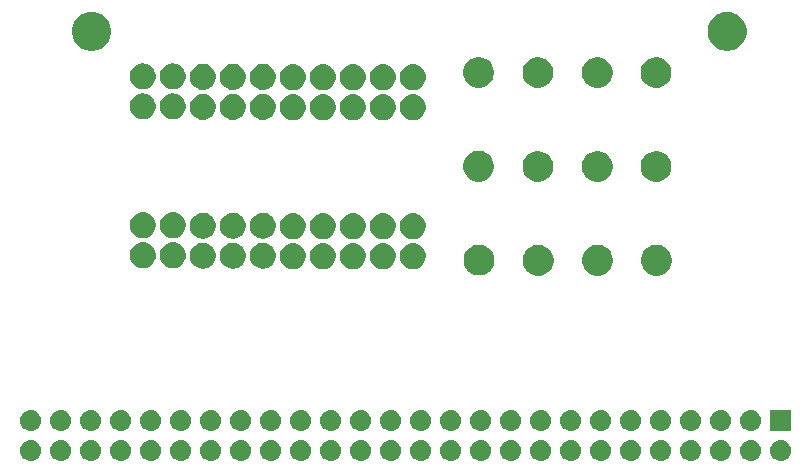
<source format=gbr>
G04 #@! TF.GenerationSoftware,KiCad,Pcbnew,5.1.2-f72e74a~84~ubuntu19.04.1*
G04 #@! TF.CreationDate,2019-05-14T14:31:21-05:00*
G04 #@! TF.ProjectId,Adapter-TE-52,41646170-7465-4722-9d54-452d35322e6b,rev?*
G04 #@! TF.SameCoordinates,Original*
G04 #@! TF.FileFunction,Soldermask,Bot*
G04 #@! TF.FilePolarity,Negative*
%FSLAX46Y46*%
G04 Gerber Fmt 4.6, Leading zero omitted, Abs format (unit mm)*
G04 Created by KiCad (PCBNEW 5.1.2-f72e74a~84~ubuntu19.04.1) date 2019-05-14 14:31:21*
%MOMM*%
%LPD*%
G04 APERTURE LIST*
%ADD10C,0.100000*%
G04 APERTURE END LIST*
D10*
G36*
X106450083Y-117169799D02*
G01*
X106516267Y-117176317D01*
X106686106Y-117227837D01*
X106842631Y-117311502D01*
X106878369Y-117340832D01*
X106979826Y-117424094D01*
X107063088Y-117525551D01*
X107092418Y-117561289D01*
X107176083Y-117717814D01*
X107227603Y-117887653D01*
X107244999Y-118064280D01*
X107227603Y-118240907D01*
X107176083Y-118410746D01*
X107092418Y-118567271D01*
X107063088Y-118603009D01*
X106979826Y-118704466D01*
X106878369Y-118787728D01*
X106842631Y-118817058D01*
X106686106Y-118900723D01*
X106516267Y-118952243D01*
X106450082Y-118958762D01*
X106383900Y-118965280D01*
X106295380Y-118965280D01*
X106229198Y-118958762D01*
X106163013Y-118952243D01*
X105993174Y-118900723D01*
X105836649Y-118817058D01*
X105800911Y-118787728D01*
X105699454Y-118704466D01*
X105616192Y-118603009D01*
X105586862Y-118567271D01*
X105503197Y-118410746D01*
X105451677Y-118240907D01*
X105434281Y-118064280D01*
X105451677Y-117887653D01*
X105503197Y-117717814D01*
X105586862Y-117561289D01*
X105616192Y-117525551D01*
X105699454Y-117424094D01*
X105800911Y-117340832D01*
X105836649Y-117311502D01*
X105993174Y-117227837D01*
X106163013Y-117176317D01*
X106229197Y-117169799D01*
X106295380Y-117163280D01*
X106383900Y-117163280D01*
X106450083Y-117169799D01*
X106450083Y-117169799D01*
G37*
G36*
X139470083Y-117169799D02*
G01*
X139536267Y-117176317D01*
X139706106Y-117227837D01*
X139862631Y-117311502D01*
X139898369Y-117340832D01*
X139999826Y-117424094D01*
X140083088Y-117525551D01*
X140112418Y-117561289D01*
X140196083Y-117717814D01*
X140247603Y-117887653D01*
X140264999Y-118064280D01*
X140247603Y-118240907D01*
X140196083Y-118410746D01*
X140112418Y-118567271D01*
X140083088Y-118603009D01*
X139999826Y-118704466D01*
X139898369Y-118787728D01*
X139862631Y-118817058D01*
X139706106Y-118900723D01*
X139536267Y-118952243D01*
X139470082Y-118958762D01*
X139403900Y-118965280D01*
X139315380Y-118965280D01*
X139249198Y-118958762D01*
X139183013Y-118952243D01*
X139013174Y-118900723D01*
X138856649Y-118817058D01*
X138820911Y-118787728D01*
X138719454Y-118704466D01*
X138636192Y-118603009D01*
X138606862Y-118567271D01*
X138523197Y-118410746D01*
X138471677Y-118240907D01*
X138454281Y-118064280D01*
X138471677Y-117887653D01*
X138523197Y-117717814D01*
X138606862Y-117561289D01*
X138636192Y-117525551D01*
X138719454Y-117424094D01*
X138820911Y-117340832D01*
X138856649Y-117311502D01*
X139013174Y-117227837D01*
X139183013Y-117176317D01*
X139249197Y-117169799D01*
X139315380Y-117163280D01*
X139403900Y-117163280D01*
X139470083Y-117169799D01*
X139470083Y-117169799D01*
G37*
G36*
X103910083Y-117169799D02*
G01*
X103976267Y-117176317D01*
X104146106Y-117227837D01*
X104302631Y-117311502D01*
X104338369Y-117340832D01*
X104439826Y-117424094D01*
X104523088Y-117525551D01*
X104552418Y-117561289D01*
X104636083Y-117717814D01*
X104687603Y-117887653D01*
X104704999Y-118064280D01*
X104687603Y-118240907D01*
X104636083Y-118410746D01*
X104552418Y-118567271D01*
X104523088Y-118603009D01*
X104439826Y-118704466D01*
X104338369Y-118787728D01*
X104302631Y-118817058D01*
X104146106Y-118900723D01*
X103976267Y-118952243D01*
X103910082Y-118958762D01*
X103843900Y-118965280D01*
X103755380Y-118965280D01*
X103689198Y-118958762D01*
X103623013Y-118952243D01*
X103453174Y-118900723D01*
X103296649Y-118817058D01*
X103260911Y-118787728D01*
X103159454Y-118704466D01*
X103076192Y-118603009D01*
X103046862Y-118567271D01*
X102963197Y-118410746D01*
X102911677Y-118240907D01*
X102894281Y-118064280D01*
X102911677Y-117887653D01*
X102963197Y-117717814D01*
X103046862Y-117561289D01*
X103076192Y-117525551D01*
X103159454Y-117424094D01*
X103260911Y-117340832D01*
X103296649Y-117311502D01*
X103453174Y-117227837D01*
X103623013Y-117176317D01*
X103689197Y-117169799D01*
X103755380Y-117163280D01*
X103843900Y-117163280D01*
X103910083Y-117169799D01*
X103910083Y-117169799D01*
G37*
G36*
X167410083Y-117169799D02*
G01*
X167476267Y-117176317D01*
X167646106Y-117227837D01*
X167802631Y-117311502D01*
X167838369Y-117340832D01*
X167939826Y-117424094D01*
X168023088Y-117525551D01*
X168052418Y-117561289D01*
X168136083Y-117717814D01*
X168187603Y-117887653D01*
X168204999Y-118064280D01*
X168187603Y-118240907D01*
X168136083Y-118410746D01*
X168052418Y-118567271D01*
X168023088Y-118603009D01*
X167939826Y-118704466D01*
X167838369Y-118787728D01*
X167802631Y-118817058D01*
X167646106Y-118900723D01*
X167476267Y-118952243D01*
X167410082Y-118958762D01*
X167343900Y-118965280D01*
X167255380Y-118965280D01*
X167189198Y-118958762D01*
X167123013Y-118952243D01*
X166953174Y-118900723D01*
X166796649Y-118817058D01*
X166760911Y-118787728D01*
X166659454Y-118704466D01*
X166576192Y-118603009D01*
X166546862Y-118567271D01*
X166463197Y-118410746D01*
X166411677Y-118240907D01*
X166394281Y-118064280D01*
X166411677Y-117887653D01*
X166463197Y-117717814D01*
X166546862Y-117561289D01*
X166576192Y-117525551D01*
X166659454Y-117424094D01*
X166760911Y-117340832D01*
X166796649Y-117311502D01*
X166953174Y-117227837D01*
X167123013Y-117176317D01*
X167189197Y-117169799D01*
X167255380Y-117163280D01*
X167343900Y-117163280D01*
X167410083Y-117169799D01*
X167410083Y-117169799D01*
G37*
G36*
X162330083Y-117169799D02*
G01*
X162396267Y-117176317D01*
X162566106Y-117227837D01*
X162722631Y-117311502D01*
X162758369Y-117340832D01*
X162859826Y-117424094D01*
X162943088Y-117525551D01*
X162972418Y-117561289D01*
X163056083Y-117717814D01*
X163107603Y-117887653D01*
X163124999Y-118064280D01*
X163107603Y-118240907D01*
X163056083Y-118410746D01*
X162972418Y-118567271D01*
X162943088Y-118603009D01*
X162859826Y-118704466D01*
X162758369Y-118787728D01*
X162722631Y-118817058D01*
X162566106Y-118900723D01*
X162396267Y-118952243D01*
X162330082Y-118958762D01*
X162263900Y-118965280D01*
X162175380Y-118965280D01*
X162109198Y-118958762D01*
X162043013Y-118952243D01*
X161873174Y-118900723D01*
X161716649Y-118817058D01*
X161680911Y-118787728D01*
X161579454Y-118704466D01*
X161496192Y-118603009D01*
X161466862Y-118567271D01*
X161383197Y-118410746D01*
X161331677Y-118240907D01*
X161314281Y-118064280D01*
X161331677Y-117887653D01*
X161383197Y-117717814D01*
X161466862Y-117561289D01*
X161496192Y-117525551D01*
X161579454Y-117424094D01*
X161680911Y-117340832D01*
X161716649Y-117311502D01*
X161873174Y-117227837D01*
X162043013Y-117176317D01*
X162109197Y-117169799D01*
X162175380Y-117163280D01*
X162263900Y-117163280D01*
X162330083Y-117169799D01*
X162330083Y-117169799D01*
G37*
G36*
X159790083Y-117169799D02*
G01*
X159856267Y-117176317D01*
X160026106Y-117227837D01*
X160182631Y-117311502D01*
X160218369Y-117340832D01*
X160319826Y-117424094D01*
X160403088Y-117525551D01*
X160432418Y-117561289D01*
X160516083Y-117717814D01*
X160567603Y-117887653D01*
X160584999Y-118064280D01*
X160567603Y-118240907D01*
X160516083Y-118410746D01*
X160432418Y-118567271D01*
X160403088Y-118603009D01*
X160319826Y-118704466D01*
X160218369Y-118787728D01*
X160182631Y-118817058D01*
X160026106Y-118900723D01*
X159856267Y-118952243D01*
X159790082Y-118958762D01*
X159723900Y-118965280D01*
X159635380Y-118965280D01*
X159569198Y-118958762D01*
X159503013Y-118952243D01*
X159333174Y-118900723D01*
X159176649Y-118817058D01*
X159140911Y-118787728D01*
X159039454Y-118704466D01*
X158956192Y-118603009D01*
X158926862Y-118567271D01*
X158843197Y-118410746D01*
X158791677Y-118240907D01*
X158774281Y-118064280D01*
X158791677Y-117887653D01*
X158843197Y-117717814D01*
X158926862Y-117561289D01*
X158956192Y-117525551D01*
X159039454Y-117424094D01*
X159140911Y-117340832D01*
X159176649Y-117311502D01*
X159333174Y-117227837D01*
X159503013Y-117176317D01*
X159569197Y-117169799D01*
X159635380Y-117163280D01*
X159723900Y-117163280D01*
X159790083Y-117169799D01*
X159790083Y-117169799D01*
G37*
G36*
X157250083Y-117169799D02*
G01*
X157316267Y-117176317D01*
X157486106Y-117227837D01*
X157642631Y-117311502D01*
X157678369Y-117340832D01*
X157779826Y-117424094D01*
X157863088Y-117525551D01*
X157892418Y-117561289D01*
X157976083Y-117717814D01*
X158027603Y-117887653D01*
X158044999Y-118064280D01*
X158027603Y-118240907D01*
X157976083Y-118410746D01*
X157892418Y-118567271D01*
X157863088Y-118603009D01*
X157779826Y-118704466D01*
X157678369Y-118787728D01*
X157642631Y-118817058D01*
X157486106Y-118900723D01*
X157316267Y-118952243D01*
X157250082Y-118958762D01*
X157183900Y-118965280D01*
X157095380Y-118965280D01*
X157029198Y-118958762D01*
X156963013Y-118952243D01*
X156793174Y-118900723D01*
X156636649Y-118817058D01*
X156600911Y-118787728D01*
X156499454Y-118704466D01*
X156416192Y-118603009D01*
X156386862Y-118567271D01*
X156303197Y-118410746D01*
X156251677Y-118240907D01*
X156234281Y-118064280D01*
X156251677Y-117887653D01*
X156303197Y-117717814D01*
X156386862Y-117561289D01*
X156416192Y-117525551D01*
X156499454Y-117424094D01*
X156600911Y-117340832D01*
X156636649Y-117311502D01*
X156793174Y-117227837D01*
X156963013Y-117176317D01*
X157029197Y-117169799D01*
X157095380Y-117163280D01*
X157183900Y-117163280D01*
X157250083Y-117169799D01*
X157250083Y-117169799D01*
G37*
G36*
X154710083Y-117169799D02*
G01*
X154776267Y-117176317D01*
X154946106Y-117227837D01*
X155102631Y-117311502D01*
X155138369Y-117340832D01*
X155239826Y-117424094D01*
X155323088Y-117525551D01*
X155352418Y-117561289D01*
X155436083Y-117717814D01*
X155487603Y-117887653D01*
X155504999Y-118064280D01*
X155487603Y-118240907D01*
X155436083Y-118410746D01*
X155352418Y-118567271D01*
X155323088Y-118603009D01*
X155239826Y-118704466D01*
X155138369Y-118787728D01*
X155102631Y-118817058D01*
X154946106Y-118900723D01*
X154776267Y-118952243D01*
X154710082Y-118958762D01*
X154643900Y-118965280D01*
X154555380Y-118965280D01*
X154489198Y-118958762D01*
X154423013Y-118952243D01*
X154253174Y-118900723D01*
X154096649Y-118817058D01*
X154060911Y-118787728D01*
X153959454Y-118704466D01*
X153876192Y-118603009D01*
X153846862Y-118567271D01*
X153763197Y-118410746D01*
X153711677Y-118240907D01*
X153694281Y-118064280D01*
X153711677Y-117887653D01*
X153763197Y-117717814D01*
X153846862Y-117561289D01*
X153876192Y-117525551D01*
X153959454Y-117424094D01*
X154060911Y-117340832D01*
X154096649Y-117311502D01*
X154253174Y-117227837D01*
X154423013Y-117176317D01*
X154489197Y-117169799D01*
X154555380Y-117163280D01*
X154643900Y-117163280D01*
X154710083Y-117169799D01*
X154710083Y-117169799D01*
G37*
G36*
X152170083Y-117169799D02*
G01*
X152236267Y-117176317D01*
X152406106Y-117227837D01*
X152562631Y-117311502D01*
X152598369Y-117340832D01*
X152699826Y-117424094D01*
X152783088Y-117525551D01*
X152812418Y-117561289D01*
X152896083Y-117717814D01*
X152947603Y-117887653D01*
X152964999Y-118064280D01*
X152947603Y-118240907D01*
X152896083Y-118410746D01*
X152812418Y-118567271D01*
X152783088Y-118603009D01*
X152699826Y-118704466D01*
X152598369Y-118787728D01*
X152562631Y-118817058D01*
X152406106Y-118900723D01*
X152236267Y-118952243D01*
X152170082Y-118958762D01*
X152103900Y-118965280D01*
X152015380Y-118965280D01*
X151949198Y-118958762D01*
X151883013Y-118952243D01*
X151713174Y-118900723D01*
X151556649Y-118817058D01*
X151520911Y-118787728D01*
X151419454Y-118704466D01*
X151336192Y-118603009D01*
X151306862Y-118567271D01*
X151223197Y-118410746D01*
X151171677Y-118240907D01*
X151154281Y-118064280D01*
X151171677Y-117887653D01*
X151223197Y-117717814D01*
X151306862Y-117561289D01*
X151336192Y-117525551D01*
X151419454Y-117424094D01*
X151520911Y-117340832D01*
X151556649Y-117311502D01*
X151713174Y-117227837D01*
X151883013Y-117176317D01*
X151949197Y-117169799D01*
X152015380Y-117163280D01*
X152103900Y-117163280D01*
X152170083Y-117169799D01*
X152170083Y-117169799D01*
G37*
G36*
X149630083Y-117169799D02*
G01*
X149696267Y-117176317D01*
X149866106Y-117227837D01*
X150022631Y-117311502D01*
X150058369Y-117340832D01*
X150159826Y-117424094D01*
X150243088Y-117525551D01*
X150272418Y-117561289D01*
X150356083Y-117717814D01*
X150407603Y-117887653D01*
X150424999Y-118064280D01*
X150407603Y-118240907D01*
X150356083Y-118410746D01*
X150272418Y-118567271D01*
X150243088Y-118603009D01*
X150159826Y-118704466D01*
X150058369Y-118787728D01*
X150022631Y-118817058D01*
X149866106Y-118900723D01*
X149696267Y-118952243D01*
X149630082Y-118958762D01*
X149563900Y-118965280D01*
X149475380Y-118965280D01*
X149409198Y-118958762D01*
X149343013Y-118952243D01*
X149173174Y-118900723D01*
X149016649Y-118817058D01*
X148980911Y-118787728D01*
X148879454Y-118704466D01*
X148796192Y-118603009D01*
X148766862Y-118567271D01*
X148683197Y-118410746D01*
X148631677Y-118240907D01*
X148614281Y-118064280D01*
X148631677Y-117887653D01*
X148683197Y-117717814D01*
X148766862Y-117561289D01*
X148796192Y-117525551D01*
X148879454Y-117424094D01*
X148980911Y-117340832D01*
X149016649Y-117311502D01*
X149173174Y-117227837D01*
X149343013Y-117176317D01*
X149409197Y-117169799D01*
X149475380Y-117163280D01*
X149563900Y-117163280D01*
X149630083Y-117169799D01*
X149630083Y-117169799D01*
G37*
G36*
X147090083Y-117169799D02*
G01*
X147156267Y-117176317D01*
X147326106Y-117227837D01*
X147482631Y-117311502D01*
X147518369Y-117340832D01*
X147619826Y-117424094D01*
X147703088Y-117525551D01*
X147732418Y-117561289D01*
X147816083Y-117717814D01*
X147867603Y-117887653D01*
X147884999Y-118064280D01*
X147867603Y-118240907D01*
X147816083Y-118410746D01*
X147732418Y-118567271D01*
X147703088Y-118603009D01*
X147619826Y-118704466D01*
X147518369Y-118787728D01*
X147482631Y-118817058D01*
X147326106Y-118900723D01*
X147156267Y-118952243D01*
X147090082Y-118958762D01*
X147023900Y-118965280D01*
X146935380Y-118965280D01*
X146869198Y-118958762D01*
X146803013Y-118952243D01*
X146633174Y-118900723D01*
X146476649Y-118817058D01*
X146440911Y-118787728D01*
X146339454Y-118704466D01*
X146256192Y-118603009D01*
X146226862Y-118567271D01*
X146143197Y-118410746D01*
X146091677Y-118240907D01*
X146074281Y-118064280D01*
X146091677Y-117887653D01*
X146143197Y-117717814D01*
X146226862Y-117561289D01*
X146256192Y-117525551D01*
X146339454Y-117424094D01*
X146440911Y-117340832D01*
X146476649Y-117311502D01*
X146633174Y-117227837D01*
X146803013Y-117176317D01*
X146869197Y-117169799D01*
X146935380Y-117163280D01*
X147023900Y-117163280D01*
X147090083Y-117169799D01*
X147090083Y-117169799D01*
G37*
G36*
X144550083Y-117169799D02*
G01*
X144616267Y-117176317D01*
X144786106Y-117227837D01*
X144942631Y-117311502D01*
X144978369Y-117340832D01*
X145079826Y-117424094D01*
X145163088Y-117525551D01*
X145192418Y-117561289D01*
X145276083Y-117717814D01*
X145327603Y-117887653D01*
X145344999Y-118064280D01*
X145327603Y-118240907D01*
X145276083Y-118410746D01*
X145192418Y-118567271D01*
X145163088Y-118603009D01*
X145079826Y-118704466D01*
X144978369Y-118787728D01*
X144942631Y-118817058D01*
X144786106Y-118900723D01*
X144616267Y-118952243D01*
X144550082Y-118958762D01*
X144483900Y-118965280D01*
X144395380Y-118965280D01*
X144329198Y-118958762D01*
X144263013Y-118952243D01*
X144093174Y-118900723D01*
X143936649Y-118817058D01*
X143900911Y-118787728D01*
X143799454Y-118704466D01*
X143716192Y-118603009D01*
X143686862Y-118567271D01*
X143603197Y-118410746D01*
X143551677Y-118240907D01*
X143534281Y-118064280D01*
X143551677Y-117887653D01*
X143603197Y-117717814D01*
X143686862Y-117561289D01*
X143716192Y-117525551D01*
X143799454Y-117424094D01*
X143900911Y-117340832D01*
X143936649Y-117311502D01*
X144093174Y-117227837D01*
X144263013Y-117176317D01*
X144329197Y-117169799D01*
X144395380Y-117163280D01*
X144483900Y-117163280D01*
X144550083Y-117169799D01*
X144550083Y-117169799D01*
G37*
G36*
X142010083Y-117169799D02*
G01*
X142076267Y-117176317D01*
X142246106Y-117227837D01*
X142402631Y-117311502D01*
X142438369Y-117340832D01*
X142539826Y-117424094D01*
X142623088Y-117525551D01*
X142652418Y-117561289D01*
X142736083Y-117717814D01*
X142787603Y-117887653D01*
X142804999Y-118064280D01*
X142787603Y-118240907D01*
X142736083Y-118410746D01*
X142652418Y-118567271D01*
X142623088Y-118603009D01*
X142539826Y-118704466D01*
X142438369Y-118787728D01*
X142402631Y-118817058D01*
X142246106Y-118900723D01*
X142076267Y-118952243D01*
X142010082Y-118958762D01*
X141943900Y-118965280D01*
X141855380Y-118965280D01*
X141789198Y-118958762D01*
X141723013Y-118952243D01*
X141553174Y-118900723D01*
X141396649Y-118817058D01*
X141360911Y-118787728D01*
X141259454Y-118704466D01*
X141176192Y-118603009D01*
X141146862Y-118567271D01*
X141063197Y-118410746D01*
X141011677Y-118240907D01*
X140994281Y-118064280D01*
X141011677Y-117887653D01*
X141063197Y-117717814D01*
X141146862Y-117561289D01*
X141176192Y-117525551D01*
X141259454Y-117424094D01*
X141360911Y-117340832D01*
X141396649Y-117311502D01*
X141553174Y-117227837D01*
X141723013Y-117176317D01*
X141789197Y-117169799D01*
X141855380Y-117163280D01*
X141943900Y-117163280D01*
X142010083Y-117169799D01*
X142010083Y-117169799D01*
G37*
G36*
X164870083Y-117169799D02*
G01*
X164936267Y-117176317D01*
X165106106Y-117227837D01*
X165262631Y-117311502D01*
X165298369Y-117340832D01*
X165399826Y-117424094D01*
X165483088Y-117525551D01*
X165512418Y-117561289D01*
X165596083Y-117717814D01*
X165647603Y-117887653D01*
X165664999Y-118064280D01*
X165647603Y-118240907D01*
X165596083Y-118410746D01*
X165512418Y-118567271D01*
X165483088Y-118603009D01*
X165399826Y-118704466D01*
X165298369Y-118787728D01*
X165262631Y-118817058D01*
X165106106Y-118900723D01*
X164936267Y-118952243D01*
X164870082Y-118958762D01*
X164803900Y-118965280D01*
X164715380Y-118965280D01*
X164649198Y-118958762D01*
X164583013Y-118952243D01*
X164413174Y-118900723D01*
X164256649Y-118817058D01*
X164220911Y-118787728D01*
X164119454Y-118704466D01*
X164036192Y-118603009D01*
X164006862Y-118567271D01*
X163923197Y-118410746D01*
X163871677Y-118240907D01*
X163854281Y-118064280D01*
X163871677Y-117887653D01*
X163923197Y-117717814D01*
X164006862Y-117561289D01*
X164036192Y-117525551D01*
X164119454Y-117424094D01*
X164220911Y-117340832D01*
X164256649Y-117311502D01*
X164413174Y-117227837D01*
X164583013Y-117176317D01*
X164649197Y-117169799D01*
X164715380Y-117163280D01*
X164803900Y-117163280D01*
X164870083Y-117169799D01*
X164870083Y-117169799D01*
G37*
G36*
X134390083Y-117169799D02*
G01*
X134456267Y-117176317D01*
X134626106Y-117227837D01*
X134782631Y-117311502D01*
X134818369Y-117340832D01*
X134919826Y-117424094D01*
X135003088Y-117525551D01*
X135032418Y-117561289D01*
X135116083Y-117717814D01*
X135167603Y-117887653D01*
X135184999Y-118064280D01*
X135167603Y-118240907D01*
X135116083Y-118410746D01*
X135032418Y-118567271D01*
X135003088Y-118603009D01*
X134919826Y-118704466D01*
X134818369Y-118787728D01*
X134782631Y-118817058D01*
X134626106Y-118900723D01*
X134456267Y-118952243D01*
X134390082Y-118958762D01*
X134323900Y-118965280D01*
X134235380Y-118965280D01*
X134169198Y-118958762D01*
X134103013Y-118952243D01*
X133933174Y-118900723D01*
X133776649Y-118817058D01*
X133740911Y-118787728D01*
X133639454Y-118704466D01*
X133556192Y-118603009D01*
X133526862Y-118567271D01*
X133443197Y-118410746D01*
X133391677Y-118240907D01*
X133374281Y-118064280D01*
X133391677Y-117887653D01*
X133443197Y-117717814D01*
X133526862Y-117561289D01*
X133556192Y-117525551D01*
X133639454Y-117424094D01*
X133740911Y-117340832D01*
X133776649Y-117311502D01*
X133933174Y-117227837D01*
X134103013Y-117176317D01*
X134169197Y-117169799D01*
X134235380Y-117163280D01*
X134323900Y-117163280D01*
X134390083Y-117169799D01*
X134390083Y-117169799D01*
G37*
G36*
X136930083Y-117169799D02*
G01*
X136996267Y-117176317D01*
X137166106Y-117227837D01*
X137322631Y-117311502D01*
X137358369Y-117340832D01*
X137459826Y-117424094D01*
X137543088Y-117525551D01*
X137572418Y-117561289D01*
X137656083Y-117717814D01*
X137707603Y-117887653D01*
X137724999Y-118064280D01*
X137707603Y-118240907D01*
X137656083Y-118410746D01*
X137572418Y-118567271D01*
X137543088Y-118603009D01*
X137459826Y-118704466D01*
X137358369Y-118787728D01*
X137322631Y-118817058D01*
X137166106Y-118900723D01*
X136996267Y-118952243D01*
X136930082Y-118958762D01*
X136863900Y-118965280D01*
X136775380Y-118965280D01*
X136709198Y-118958762D01*
X136643013Y-118952243D01*
X136473174Y-118900723D01*
X136316649Y-118817058D01*
X136280911Y-118787728D01*
X136179454Y-118704466D01*
X136096192Y-118603009D01*
X136066862Y-118567271D01*
X135983197Y-118410746D01*
X135931677Y-118240907D01*
X135914281Y-118064280D01*
X135931677Y-117887653D01*
X135983197Y-117717814D01*
X136066862Y-117561289D01*
X136096192Y-117525551D01*
X136179454Y-117424094D01*
X136280911Y-117340832D01*
X136316649Y-117311502D01*
X136473174Y-117227837D01*
X136643013Y-117176317D01*
X136709197Y-117169799D01*
X136775380Y-117163280D01*
X136863900Y-117163280D01*
X136930083Y-117169799D01*
X136930083Y-117169799D01*
G37*
G36*
X108990083Y-117169799D02*
G01*
X109056267Y-117176317D01*
X109226106Y-117227837D01*
X109382631Y-117311502D01*
X109418369Y-117340832D01*
X109519826Y-117424094D01*
X109603088Y-117525551D01*
X109632418Y-117561289D01*
X109716083Y-117717814D01*
X109767603Y-117887653D01*
X109784999Y-118064280D01*
X109767603Y-118240907D01*
X109716083Y-118410746D01*
X109632418Y-118567271D01*
X109603088Y-118603009D01*
X109519826Y-118704466D01*
X109418369Y-118787728D01*
X109382631Y-118817058D01*
X109226106Y-118900723D01*
X109056267Y-118952243D01*
X108990082Y-118958762D01*
X108923900Y-118965280D01*
X108835380Y-118965280D01*
X108769198Y-118958762D01*
X108703013Y-118952243D01*
X108533174Y-118900723D01*
X108376649Y-118817058D01*
X108340911Y-118787728D01*
X108239454Y-118704466D01*
X108156192Y-118603009D01*
X108126862Y-118567271D01*
X108043197Y-118410746D01*
X107991677Y-118240907D01*
X107974281Y-118064280D01*
X107991677Y-117887653D01*
X108043197Y-117717814D01*
X108126862Y-117561289D01*
X108156192Y-117525551D01*
X108239454Y-117424094D01*
X108340911Y-117340832D01*
X108376649Y-117311502D01*
X108533174Y-117227837D01*
X108703013Y-117176317D01*
X108769197Y-117169799D01*
X108835380Y-117163280D01*
X108923900Y-117163280D01*
X108990083Y-117169799D01*
X108990083Y-117169799D01*
G37*
G36*
X111530083Y-117169799D02*
G01*
X111596267Y-117176317D01*
X111766106Y-117227837D01*
X111922631Y-117311502D01*
X111958369Y-117340832D01*
X112059826Y-117424094D01*
X112143088Y-117525551D01*
X112172418Y-117561289D01*
X112256083Y-117717814D01*
X112307603Y-117887653D01*
X112324999Y-118064280D01*
X112307603Y-118240907D01*
X112256083Y-118410746D01*
X112172418Y-118567271D01*
X112143088Y-118603009D01*
X112059826Y-118704466D01*
X111958369Y-118787728D01*
X111922631Y-118817058D01*
X111766106Y-118900723D01*
X111596267Y-118952243D01*
X111530082Y-118958762D01*
X111463900Y-118965280D01*
X111375380Y-118965280D01*
X111309198Y-118958762D01*
X111243013Y-118952243D01*
X111073174Y-118900723D01*
X110916649Y-118817058D01*
X110880911Y-118787728D01*
X110779454Y-118704466D01*
X110696192Y-118603009D01*
X110666862Y-118567271D01*
X110583197Y-118410746D01*
X110531677Y-118240907D01*
X110514281Y-118064280D01*
X110531677Y-117887653D01*
X110583197Y-117717814D01*
X110666862Y-117561289D01*
X110696192Y-117525551D01*
X110779454Y-117424094D01*
X110880911Y-117340832D01*
X110916649Y-117311502D01*
X111073174Y-117227837D01*
X111243013Y-117176317D01*
X111309197Y-117169799D01*
X111375380Y-117163280D01*
X111463900Y-117163280D01*
X111530083Y-117169799D01*
X111530083Y-117169799D01*
G37*
G36*
X114070083Y-117169799D02*
G01*
X114136267Y-117176317D01*
X114306106Y-117227837D01*
X114462631Y-117311502D01*
X114498369Y-117340832D01*
X114599826Y-117424094D01*
X114683088Y-117525551D01*
X114712418Y-117561289D01*
X114796083Y-117717814D01*
X114847603Y-117887653D01*
X114864999Y-118064280D01*
X114847603Y-118240907D01*
X114796083Y-118410746D01*
X114712418Y-118567271D01*
X114683088Y-118603009D01*
X114599826Y-118704466D01*
X114498369Y-118787728D01*
X114462631Y-118817058D01*
X114306106Y-118900723D01*
X114136267Y-118952243D01*
X114070082Y-118958762D01*
X114003900Y-118965280D01*
X113915380Y-118965280D01*
X113849198Y-118958762D01*
X113783013Y-118952243D01*
X113613174Y-118900723D01*
X113456649Y-118817058D01*
X113420911Y-118787728D01*
X113319454Y-118704466D01*
X113236192Y-118603009D01*
X113206862Y-118567271D01*
X113123197Y-118410746D01*
X113071677Y-118240907D01*
X113054281Y-118064280D01*
X113071677Y-117887653D01*
X113123197Y-117717814D01*
X113206862Y-117561289D01*
X113236192Y-117525551D01*
X113319454Y-117424094D01*
X113420911Y-117340832D01*
X113456649Y-117311502D01*
X113613174Y-117227837D01*
X113783013Y-117176317D01*
X113849197Y-117169799D01*
X113915380Y-117163280D01*
X114003900Y-117163280D01*
X114070083Y-117169799D01*
X114070083Y-117169799D01*
G37*
G36*
X116610083Y-117169799D02*
G01*
X116676267Y-117176317D01*
X116846106Y-117227837D01*
X117002631Y-117311502D01*
X117038369Y-117340832D01*
X117139826Y-117424094D01*
X117223088Y-117525551D01*
X117252418Y-117561289D01*
X117336083Y-117717814D01*
X117387603Y-117887653D01*
X117404999Y-118064280D01*
X117387603Y-118240907D01*
X117336083Y-118410746D01*
X117252418Y-118567271D01*
X117223088Y-118603009D01*
X117139826Y-118704466D01*
X117038369Y-118787728D01*
X117002631Y-118817058D01*
X116846106Y-118900723D01*
X116676267Y-118952243D01*
X116610082Y-118958762D01*
X116543900Y-118965280D01*
X116455380Y-118965280D01*
X116389198Y-118958762D01*
X116323013Y-118952243D01*
X116153174Y-118900723D01*
X115996649Y-118817058D01*
X115960911Y-118787728D01*
X115859454Y-118704466D01*
X115776192Y-118603009D01*
X115746862Y-118567271D01*
X115663197Y-118410746D01*
X115611677Y-118240907D01*
X115594281Y-118064280D01*
X115611677Y-117887653D01*
X115663197Y-117717814D01*
X115746862Y-117561289D01*
X115776192Y-117525551D01*
X115859454Y-117424094D01*
X115960911Y-117340832D01*
X115996649Y-117311502D01*
X116153174Y-117227837D01*
X116323013Y-117176317D01*
X116389197Y-117169799D01*
X116455380Y-117163280D01*
X116543900Y-117163280D01*
X116610083Y-117169799D01*
X116610083Y-117169799D01*
G37*
G36*
X119150083Y-117169799D02*
G01*
X119216267Y-117176317D01*
X119386106Y-117227837D01*
X119542631Y-117311502D01*
X119578369Y-117340832D01*
X119679826Y-117424094D01*
X119763088Y-117525551D01*
X119792418Y-117561289D01*
X119876083Y-117717814D01*
X119927603Y-117887653D01*
X119944999Y-118064280D01*
X119927603Y-118240907D01*
X119876083Y-118410746D01*
X119792418Y-118567271D01*
X119763088Y-118603009D01*
X119679826Y-118704466D01*
X119578369Y-118787728D01*
X119542631Y-118817058D01*
X119386106Y-118900723D01*
X119216267Y-118952243D01*
X119150082Y-118958762D01*
X119083900Y-118965280D01*
X118995380Y-118965280D01*
X118929198Y-118958762D01*
X118863013Y-118952243D01*
X118693174Y-118900723D01*
X118536649Y-118817058D01*
X118500911Y-118787728D01*
X118399454Y-118704466D01*
X118316192Y-118603009D01*
X118286862Y-118567271D01*
X118203197Y-118410746D01*
X118151677Y-118240907D01*
X118134281Y-118064280D01*
X118151677Y-117887653D01*
X118203197Y-117717814D01*
X118286862Y-117561289D01*
X118316192Y-117525551D01*
X118399454Y-117424094D01*
X118500911Y-117340832D01*
X118536649Y-117311502D01*
X118693174Y-117227837D01*
X118863013Y-117176317D01*
X118929197Y-117169799D01*
X118995380Y-117163280D01*
X119083900Y-117163280D01*
X119150083Y-117169799D01*
X119150083Y-117169799D01*
G37*
G36*
X121690083Y-117169799D02*
G01*
X121756267Y-117176317D01*
X121926106Y-117227837D01*
X122082631Y-117311502D01*
X122118369Y-117340832D01*
X122219826Y-117424094D01*
X122303088Y-117525551D01*
X122332418Y-117561289D01*
X122416083Y-117717814D01*
X122467603Y-117887653D01*
X122484999Y-118064280D01*
X122467603Y-118240907D01*
X122416083Y-118410746D01*
X122332418Y-118567271D01*
X122303088Y-118603009D01*
X122219826Y-118704466D01*
X122118369Y-118787728D01*
X122082631Y-118817058D01*
X121926106Y-118900723D01*
X121756267Y-118952243D01*
X121690082Y-118958762D01*
X121623900Y-118965280D01*
X121535380Y-118965280D01*
X121469198Y-118958762D01*
X121403013Y-118952243D01*
X121233174Y-118900723D01*
X121076649Y-118817058D01*
X121040911Y-118787728D01*
X120939454Y-118704466D01*
X120856192Y-118603009D01*
X120826862Y-118567271D01*
X120743197Y-118410746D01*
X120691677Y-118240907D01*
X120674281Y-118064280D01*
X120691677Y-117887653D01*
X120743197Y-117717814D01*
X120826862Y-117561289D01*
X120856192Y-117525551D01*
X120939454Y-117424094D01*
X121040911Y-117340832D01*
X121076649Y-117311502D01*
X121233174Y-117227837D01*
X121403013Y-117176317D01*
X121469197Y-117169799D01*
X121535380Y-117163280D01*
X121623900Y-117163280D01*
X121690083Y-117169799D01*
X121690083Y-117169799D01*
G37*
G36*
X124230083Y-117169799D02*
G01*
X124296267Y-117176317D01*
X124466106Y-117227837D01*
X124622631Y-117311502D01*
X124658369Y-117340832D01*
X124759826Y-117424094D01*
X124843088Y-117525551D01*
X124872418Y-117561289D01*
X124956083Y-117717814D01*
X125007603Y-117887653D01*
X125024999Y-118064280D01*
X125007603Y-118240907D01*
X124956083Y-118410746D01*
X124872418Y-118567271D01*
X124843088Y-118603009D01*
X124759826Y-118704466D01*
X124658369Y-118787728D01*
X124622631Y-118817058D01*
X124466106Y-118900723D01*
X124296267Y-118952243D01*
X124230082Y-118958762D01*
X124163900Y-118965280D01*
X124075380Y-118965280D01*
X124009198Y-118958762D01*
X123943013Y-118952243D01*
X123773174Y-118900723D01*
X123616649Y-118817058D01*
X123580911Y-118787728D01*
X123479454Y-118704466D01*
X123396192Y-118603009D01*
X123366862Y-118567271D01*
X123283197Y-118410746D01*
X123231677Y-118240907D01*
X123214281Y-118064280D01*
X123231677Y-117887653D01*
X123283197Y-117717814D01*
X123366862Y-117561289D01*
X123396192Y-117525551D01*
X123479454Y-117424094D01*
X123580911Y-117340832D01*
X123616649Y-117311502D01*
X123773174Y-117227837D01*
X123943013Y-117176317D01*
X124009197Y-117169799D01*
X124075380Y-117163280D01*
X124163900Y-117163280D01*
X124230083Y-117169799D01*
X124230083Y-117169799D01*
G37*
G36*
X126770083Y-117169799D02*
G01*
X126836267Y-117176317D01*
X127006106Y-117227837D01*
X127162631Y-117311502D01*
X127198369Y-117340832D01*
X127299826Y-117424094D01*
X127383088Y-117525551D01*
X127412418Y-117561289D01*
X127496083Y-117717814D01*
X127547603Y-117887653D01*
X127564999Y-118064280D01*
X127547603Y-118240907D01*
X127496083Y-118410746D01*
X127412418Y-118567271D01*
X127383088Y-118603009D01*
X127299826Y-118704466D01*
X127198369Y-118787728D01*
X127162631Y-118817058D01*
X127006106Y-118900723D01*
X126836267Y-118952243D01*
X126770082Y-118958762D01*
X126703900Y-118965280D01*
X126615380Y-118965280D01*
X126549198Y-118958762D01*
X126483013Y-118952243D01*
X126313174Y-118900723D01*
X126156649Y-118817058D01*
X126120911Y-118787728D01*
X126019454Y-118704466D01*
X125936192Y-118603009D01*
X125906862Y-118567271D01*
X125823197Y-118410746D01*
X125771677Y-118240907D01*
X125754281Y-118064280D01*
X125771677Y-117887653D01*
X125823197Y-117717814D01*
X125906862Y-117561289D01*
X125936192Y-117525551D01*
X126019454Y-117424094D01*
X126120911Y-117340832D01*
X126156649Y-117311502D01*
X126313174Y-117227837D01*
X126483013Y-117176317D01*
X126549197Y-117169799D01*
X126615380Y-117163280D01*
X126703900Y-117163280D01*
X126770083Y-117169799D01*
X126770083Y-117169799D01*
G37*
G36*
X129310083Y-117169799D02*
G01*
X129376267Y-117176317D01*
X129546106Y-117227837D01*
X129702631Y-117311502D01*
X129738369Y-117340832D01*
X129839826Y-117424094D01*
X129923088Y-117525551D01*
X129952418Y-117561289D01*
X130036083Y-117717814D01*
X130087603Y-117887653D01*
X130104999Y-118064280D01*
X130087603Y-118240907D01*
X130036083Y-118410746D01*
X129952418Y-118567271D01*
X129923088Y-118603009D01*
X129839826Y-118704466D01*
X129738369Y-118787728D01*
X129702631Y-118817058D01*
X129546106Y-118900723D01*
X129376267Y-118952243D01*
X129310082Y-118958762D01*
X129243900Y-118965280D01*
X129155380Y-118965280D01*
X129089198Y-118958762D01*
X129023013Y-118952243D01*
X128853174Y-118900723D01*
X128696649Y-118817058D01*
X128660911Y-118787728D01*
X128559454Y-118704466D01*
X128476192Y-118603009D01*
X128446862Y-118567271D01*
X128363197Y-118410746D01*
X128311677Y-118240907D01*
X128294281Y-118064280D01*
X128311677Y-117887653D01*
X128363197Y-117717814D01*
X128446862Y-117561289D01*
X128476192Y-117525551D01*
X128559454Y-117424094D01*
X128660911Y-117340832D01*
X128696649Y-117311502D01*
X128853174Y-117227837D01*
X129023013Y-117176317D01*
X129089197Y-117169799D01*
X129155380Y-117163280D01*
X129243900Y-117163280D01*
X129310083Y-117169799D01*
X129310083Y-117169799D01*
G37*
G36*
X131850083Y-117169799D02*
G01*
X131916267Y-117176317D01*
X132086106Y-117227837D01*
X132242631Y-117311502D01*
X132278369Y-117340832D01*
X132379826Y-117424094D01*
X132463088Y-117525551D01*
X132492418Y-117561289D01*
X132576083Y-117717814D01*
X132627603Y-117887653D01*
X132644999Y-118064280D01*
X132627603Y-118240907D01*
X132576083Y-118410746D01*
X132492418Y-118567271D01*
X132463088Y-118603009D01*
X132379826Y-118704466D01*
X132278369Y-118787728D01*
X132242631Y-118817058D01*
X132086106Y-118900723D01*
X131916267Y-118952243D01*
X131850082Y-118958762D01*
X131783900Y-118965280D01*
X131695380Y-118965280D01*
X131629198Y-118958762D01*
X131563013Y-118952243D01*
X131393174Y-118900723D01*
X131236649Y-118817058D01*
X131200911Y-118787728D01*
X131099454Y-118704466D01*
X131016192Y-118603009D01*
X130986862Y-118567271D01*
X130903197Y-118410746D01*
X130851677Y-118240907D01*
X130834281Y-118064280D01*
X130851677Y-117887653D01*
X130903197Y-117717814D01*
X130986862Y-117561289D01*
X131016192Y-117525551D01*
X131099454Y-117424094D01*
X131200911Y-117340832D01*
X131236649Y-117311502D01*
X131393174Y-117227837D01*
X131563013Y-117176317D01*
X131629197Y-117169799D01*
X131695380Y-117163280D01*
X131783900Y-117163280D01*
X131850083Y-117169799D01*
X131850083Y-117169799D01*
G37*
G36*
X106450082Y-114629798D02*
G01*
X106516267Y-114636317D01*
X106686106Y-114687837D01*
X106842631Y-114771502D01*
X106878369Y-114800832D01*
X106979826Y-114884094D01*
X107063088Y-114985551D01*
X107092418Y-115021289D01*
X107176083Y-115177814D01*
X107227603Y-115347653D01*
X107244999Y-115524280D01*
X107227603Y-115700907D01*
X107176083Y-115870746D01*
X107092418Y-116027271D01*
X107063088Y-116063009D01*
X106979826Y-116164466D01*
X106878369Y-116247728D01*
X106842631Y-116277058D01*
X106686106Y-116360723D01*
X106516267Y-116412243D01*
X106450083Y-116418761D01*
X106383900Y-116425280D01*
X106295380Y-116425280D01*
X106229197Y-116418761D01*
X106163013Y-116412243D01*
X105993174Y-116360723D01*
X105836649Y-116277058D01*
X105800911Y-116247728D01*
X105699454Y-116164466D01*
X105616192Y-116063009D01*
X105586862Y-116027271D01*
X105503197Y-115870746D01*
X105451677Y-115700907D01*
X105434281Y-115524280D01*
X105451677Y-115347653D01*
X105503197Y-115177814D01*
X105586862Y-115021289D01*
X105616192Y-114985551D01*
X105699454Y-114884094D01*
X105800911Y-114800832D01*
X105836649Y-114771502D01*
X105993174Y-114687837D01*
X106163013Y-114636317D01*
X106229198Y-114629798D01*
X106295380Y-114623280D01*
X106383900Y-114623280D01*
X106450082Y-114629798D01*
X106450082Y-114629798D01*
G37*
G36*
X116610082Y-114629798D02*
G01*
X116676267Y-114636317D01*
X116846106Y-114687837D01*
X117002631Y-114771502D01*
X117038369Y-114800832D01*
X117139826Y-114884094D01*
X117223088Y-114985551D01*
X117252418Y-115021289D01*
X117336083Y-115177814D01*
X117387603Y-115347653D01*
X117404999Y-115524280D01*
X117387603Y-115700907D01*
X117336083Y-115870746D01*
X117252418Y-116027271D01*
X117223088Y-116063009D01*
X117139826Y-116164466D01*
X117038369Y-116247728D01*
X117002631Y-116277058D01*
X116846106Y-116360723D01*
X116676267Y-116412243D01*
X116610083Y-116418761D01*
X116543900Y-116425280D01*
X116455380Y-116425280D01*
X116389197Y-116418761D01*
X116323013Y-116412243D01*
X116153174Y-116360723D01*
X115996649Y-116277058D01*
X115960911Y-116247728D01*
X115859454Y-116164466D01*
X115776192Y-116063009D01*
X115746862Y-116027271D01*
X115663197Y-115870746D01*
X115611677Y-115700907D01*
X115594281Y-115524280D01*
X115611677Y-115347653D01*
X115663197Y-115177814D01*
X115746862Y-115021289D01*
X115776192Y-114985551D01*
X115859454Y-114884094D01*
X115960911Y-114800832D01*
X115996649Y-114771502D01*
X116153174Y-114687837D01*
X116323013Y-114636317D01*
X116389198Y-114629798D01*
X116455380Y-114623280D01*
X116543900Y-114623280D01*
X116610082Y-114629798D01*
X116610082Y-114629798D01*
G37*
G36*
X142010082Y-114629798D02*
G01*
X142076267Y-114636317D01*
X142246106Y-114687837D01*
X142402631Y-114771502D01*
X142438369Y-114800832D01*
X142539826Y-114884094D01*
X142623088Y-114985551D01*
X142652418Y-115021289D01*
X142736083Y-115177814D01*
X142787603Y-115347653D01*
X142804999Y-115524280D01*
X142787603Y-115700907D01*
X142736083Y-115870746D01*
X142652418Y-116027271D01*
X142623088Y-116063009D01*
X142539826Y-116164466D01*
X142438369Y-116247728D01*
X142402631Y-116277058D01*
X142246106Y-116360723D01*
X142076267Y-116412243D01*
X142010083Y-116418761D01*
X141943900Y-116425280D01*
X141855380Y-116425280D01*
X141789197Y-116418761D01*
X141723013Y-116412243D01*
X141553174Y-116360723D01*
X141396649Y-116277058D01*
X141360911Y-116247728D01*
X141259454Y-116164466D01*
X141176192Y-116063009D01*
X141146862Y-116027271D01*
X141063197Y-115870746D01*
X141011677Y-115700907D01*
X140994281Y-115524280D01*
X141011677Y-115347653D01*
X141063197Y-115177814D01*
X141146862Y-115021289D01*
X141176192Y-114985551D01*
X141259454Y-114884094D01*
X141360911Y-114800832D01*
X141396649Y-114771502D01*
X141553174Y-114687837D01*
X141723013Y-114636317D01*
X141789198Y-114629798D01*
X141855380Y-114623280D01*
X141943900Y-114623280D01*
X142010082Y-114629798D01*
X142010082Y-114629798D01*
G37*
G36*
X139470082Y-114629798D02*
G01*
X139536267Y-114636317D01*
X139706106Y-114687837D01*
X139862631Y-114771502D01*
X139898369Y-114800832D01*
X139999826Y-114884094D01*
X140083088Y-114985551D01*
X140112418Y-115021289D01*
X140196083Y-115177814D01*
X140247603Y-115347653D01*
X140264999Y-115524280D01*
X140247603Y-115700907D01*
X140196083Y-115870746D01*
X140112418Y-116027271D01*
X140083088Y-116063009D01*
X139999826Y-116164466D01*
X139898369Y-116247728D01*
X139862631Y-116277058D01*
X139706106Y-116360723D01*
X139536267Y-116412243D01*
X139470083Y-116418761D01*
X139403900Y-116425280D01*
X139315380Y-116425280D01*
X139249197Y-116418761D01*
X139183013Y-116412243D01*
X139013174Y-116360723D01*
X138856649Y-116277058D01*
X138820911Y-116247728D01*
X138719454Y-116164466D01*
X138636192Y-116063009D01*
X138606862Y-116027271D01*
X138523197Y-115870746D01*
X138471677Y-115700907D01*
X138454281Y-115524280D01*
X138471677Y-115347653D01*
X138523197Y-115177814D01*
X138606862Y-115021289D01*
X138636192Y-114985551D01*
X138719454Y-114884094D01*
X138820911Y-114800832D01*
X138856649Y-114771502D01*
X139013174Y-114687837D01*
X139183013Y-114636317D01*
X139249198Y-114629798D01*
X139315380Y-114623280D01*
X139403900Y-114623280D01*
X139470082Y-114629798D01*
X139470082Y-114629798D01*
G37*
G36*
X144550082Y-114629798D02*
G01*
X144616267Y-114636317D01*
X144786106Y-114687837D01*
X144942631Y-114771502D01*
X144978369Y-114800832D01*
X145079826Y-114884094D01*
X145163088Y-114985551D01*
X145192418Y-115021289D01*
X145276083Y-115177814D01*
X145327603Y-115347653D01*
X145344999Y-115524280D01*
X145327603Y-115700907D01*
X145276083Y-115870746D01*
X145192418Y-116027271D01*
X145163088Y-116063009D01*
X145079826Y-116164466D01*
X144978369Y-116247728D01*
X144942631Y-116277058D01*
X144786106Y-116360723D01*
X144616267Y-116412243D01*
X144550083Y-116418761D01*
X144483900Y-116425280D01*
X144395380Y-116425280D01*
X144329197Y-116418761D01*
X144263013Y-116412243D01*
X144093174Y-116360723D01*
X143936649Y-116277058D01*
X143900911Y-116247728D01*
X143799454Y-116164466D01*
X143716192Y-116063009D01*
X143686862Y-116027271D01*
X143603197Y-115870746D01*
X143551677Y-115700907D01*
X143534281Y-115524280D01*
X143551677Y-115347653D01*
X143603197Y-115177814D01*
X143686862Y-115021289D01*
X143716192Y-114985551D01*
X143799454Y-114884094D01*
X143900911Y-114800832D01*
X143936649Y-114771502D01*
X144093174Y-114687837D01*
X144263013Y-114636317D01*
X144329198Y-114629798D01*
X144395380Y-114623280D01*
X144483900Y-114623280D01*
X144550082Y-114629798D01*
X144550082Y-114629798D01*
G37*
G36*
X119150082Y-114629798D02*
G01*
X119216267Y-114636317D01*
X119386106Y-114687837D01*
X119542631Y-114771502D01*
X119578369Y-114800832D01*
X119679826Y-114884094D01*
X119763088Y-114985551D01*
X119792418Y-115021289D01*
X119876083Y-115177814D01*
X119927603Y-115347653D01*
X119944999Y-115524280D01*
X119927603Y-115700907D01*
X119876083Y-115870746D01*
X119792418Y-116027271D01*
X119763088Y-116063009D01*
X119679826Y-116164466D01*
X119578369Y-116247728D01*
X119542631Y-116277058D01*
X119386106Y-116360723D01*
X119216267Y-116412243D01*
X119150083Y-116418761D01*
X119083900Y-116425280D01*
X118995380Y-116425280D01*
X118929197Y-116418761D01*
X118863013Y-116412243D01*
X118693174Y-116360723D01*
X118536649Y-116277058D01*
X118500911Y-116247728D01*
X118399454Y-116164466D01*
X118316192Y-116063009D01*
X118286862Y-116027271D01*
X118203197Y-115870746D01*
X118151677Y-115700907D01*
X118134281Y-115524280D01*
X118151677Y-115347653D01*
X118203197Y-115177814D01*
X118286862Y-115021289D01*
X118316192Y-114985551D01*
X118399454Y-114884094D01*
X118500911Y-114800832D01*
X118536649Y-114771502D01*
X118693174Y-114687837D01*
X118863013Y-114636317D01*
X118929198Y-114629798D01*
X118995380Y-114623280D01*
X119083900Y-114623280D01*
X119150082Y-114629798D01*
X119150082Y-114629798D01*
G37*
G36*
X136930082Y-114629798D02*
G01*
X136996267Y-114636317D01*
X137166106Y-114687837D01*
X137322631Y-114771502D01*
X137358369Y-114800832D01*
X137459826Y-114884094D01*
X137543088Y-114985551D01*
X137572418Y-115021289D01*
X137656083Y-115177814D01*
X137707603Y-115347653D01*
X137724999Y-115524280D01*
X137707603Y-115700907D01*
X137656083Y-115870746D01*
X137572418Y-116027271D01*
X137543088Y-116063009D01*
X137459826Y-116164466D01*
X137358369Y-116247728D01*
X137322631Y-116277058D01*
X137166106Y-116360723D01*
X136996267Y-116412243D01*
X136930083Y-116418761D01*
X136863900Y-116425280D01*
X136775380Y-116425280D01*
X136709197Y-116418761D01*
X136643013Y-116412243D01*
X136473174Y-116360723D01*
X136316649Y-116277058D01*
X136280911Y-116247728D01*
X136179454Y-116164466D01*
X136096192Y-116063009D01*
X136066862Y-116027271D01*
X135983197Y-115870746D01*
X135931677Y-115700907D01*
X135914281Y-115524280D01*
X135931677Y-115347653D01*
X135983197Y-115177814D01*
X136066862Y-115021289D01*
X136096192Y-114985551D01*
X136179454Y-114884094D01*
X136280911Y-114800832D01*
X136316649Y-114771502D01*
X136473174Y-114687837D01*
X136643013Y-114636317D01*
X136709198Y-114629798D01*
X136775380Y-114623280D01*
X136863900Y-114623280D01*
X136930082Y-114629798D01*
X136930082Y-114629798D01*
G37*
G36*
X134390082Y-114629798D02*
G01*
X134456267Y-114636317D01*
X134626106Y-114687837D01*
X134782631Y-114771502D01*
X134818369Y-114800832D01*
X134919826Y-114884094D01*
X135003088Y-114985551D01*
X135032418Y-115021289D01*
X135116083Y-115177814D01*
X135167603Y-115347653D01*
X135184999Y-115524280D01*
X135167603Y-115700907D01*
X135116083Y-115870746D01*
X135032418Y-116027271D01*
X135003088Y-116063009D01*
X134919826Y-116164466D01*
X134818369Y-116247728D01*
X134782631Y-116277058D01*
X134626106Y-116360723D01*
X134456267Y-116412243D01*
X134390083Y-116418761D01*
X134323900Y-116425280D01*
X134235380Y-116425280D01*
X134169197Y-116418761D01*
X134103013Y-116412243D01*
X133933174Y-116360723D01*
X133776649Y-116277058D01*
X133740911Y-116247728D01*
X133639454Y-116164466D01*
X133556192Y-116063009D01*
X133526862Y-116027271D01*
X133443197Y-115870746D01*
X133391677Y-115700907D01*
X133374281Y-115524280D01*
X133391677Y-115347653D01*
X133443197Y-115177814D01*
X133526862Y-115021289D01*
X133556192Y-114985551D01*
X133639454Y-114884094D01*
X133740911Y-114800832D01*
X133776649Y-114771502D01*
X133933174Y-114687837D01*
X134103013Y-114636317D01*
X134169198Y-114629798D01*
X134235380Y-114623280D01*
X134323900Y-114623280D01*
X134390082Y-114629798D01*
X134390082Y-114629798D01*
G37*
G36*
X121690082Y-114629798D02*
G01*
X121756267Y-114636317D01*
X121926106Y-114687837D01*
X122082631Y-114771502D01*
X122118369Y-114800832D01*
X122219826Y-114884094D01*
X122303088Y-114985551D01*
X122332418Y-115021289D01*
X122416083Y-115177814D01*
X122467603Y-115347653D01*
X122484999Y-115524280D01*
X122467603Y-115700907D01*
X122416083Y-115870746D01*
X122332418Y-116027271D01*
X122303088Y-116063009D01*
X122219826Y-116164466D01*
X122118369Y-116247728D01*
X122082631Y-116277058D01*
X121926106Y-116360723D01*
X121756267Y-116412243D01*
X121690083Y-116418761D01*
X121623900Y-116425280D01*
X121535380Y-116425280D01*
X121469197Y-116418761D01*
X121403013Y-116412243D01*
X121233174Y-116360723D01*
X121076649Y-116277058D01*
X121040911Y-116247728D01*
X120939454Y-116164466D01*
X120856192Y-116063009D01*
X120826862Y-116027271D01*
X120743197Y-115870746D01*
X120691677Y-115700907D01*
X120674281Y-115524280D01*
X120691677Y-115347653D01*
X120743197Y-115177814D01*
X120826862Y-115021289D01*
X120856192Y-114985551D01*
X120939454Y-114884094D01*
X121040911Y-114800832D01*
X121076649Y-114771502D01*
X121233174Y-114687837D01*
X121403013Y-114636317D01*
X121469198Y-114629798D01*
X121535380Y-114623280D01*
X121623900Y-114623280D01*
X121690082Y-114629798D01*
X121690082Y-114629798D01*
G37*
G36*
X131850082Y-114629798D02*
G01*
X131916267Y-114636317D01*
X132086106Y-114687837D01*
X132242631Y-114771502D01*
X132278369Y-114800832D01*
X132379826Y-114884094D01*
X132463088Y-114985551D01*
X132492418Y-115021289D01*
X132576083Y-115177814D01*
X132627603Y-115347653D01*
X132644999Y-115524280D01*
X132627603Y-115700907D01*
X132576083Y-115870746D01*
X132492418Y-116027271D01*
X132463088Y-116063009D01*
X132379826Y-116164466D01*
X132278369Y-116247728D01*
X132242631Y-116277058D01*
X132086106Y-116360723D01*
X131916267Y-116412243D01*
X131850083Y-116418761D01*
X131783900Y-116425280D01*
X131695380Y-116425280D01*
X131629197Y-116418761D01*
X131563013Y-116412243D01*
X131393174Y-116360723D01*
X131236649Y-116277058D01*
X131200911Y-116247728D01*
X131099454Y-116164466D01*
X131016192Y-116063009D01*
X130986862Y-116027271D01*
X130903197Y-115870746D01*
X130851677Y-115700907D01*
X130834281Y-115524280D01*
X130851677Y-115347653D01*
X130903197Y-115177814D01*
X130986862Y-115021289D01*
X131016192Y-114985551D01*
X131099454Y-114884094D01*
X131200911Y-114800832D01*
X131236649Y-114771502D01*
X131393174Y-114687837D01*
X131563013Y-114636317D01*
X131629198Y-114629798D01*
X131695380Y-114623280D01*
X131783900Y-114623280D01*
X131850082Y-114629798D01*
X131850082Y-114629798D01*
G37*
G36*
X129310082Y-114629798D02*
G01*
X129376267Y-114636317D01*
X129546106Y-114687837D01*
X129702631Y-114771502D01*
X129738369Y-114800832D01*
X129839826Y-114884094D01*
X129923088Y-114985551D01*
X129952418Y-115021289D01*
X130036083Y-115177814D01*
X130087603Y-115347653D01*
X130104999Y-115524280D01*
X130087603Y-115700907D01*
X130036083Y-115870746D01*
X129952418Y-116027271D01*
X129923088Y-116063009D01*
X129839826Y-116164466D01*
X129738369Y-116247728D01*
X129702631Y-116277058D01*
X129546106Y-116360723D01*
X129376267Y-116412243D01*
X129310083Y-116418761D01*
X129243900Y-116425280D01*
X129155380Y-116425280D01*
X129089197Y-116418761D01*
X129023013Y-116412243D01*
X128853174Y-116360723D01*
X128696649Y-116277058D01*
X128660911Y-116247728D01*
X128559454Y-116164466D01*
X128476192Y-116063009D01*
X128446862Y-116027271D01*
X128363197Y-115870746D01*
X128311677Y-115700907D01*
X128294281Y-115524280D01*
X128311677Y-115347653D01*
X128363197Y-115177814D01*
X128446862Y-115021289D01*
X128476192Y-114985551D01*
X128559454Y-114884094D01*
X128660911Y-114800832D01*
X128696649Y-114771502D01*
X128853174Y-114687837D01*
X129023013Y-114636317D01*
X129089198Y-114629798D01*
X129155380Y-114623280D01*
X129243900Y-114623280D01*
X129310082Y-114629798D01*
X129310082Y-114629798D01*
G37*
G36*
X124230082Y-114629798D02*
G01*
X124296267Y-114636317D01*
X124466106Y-114687837D01*
X124622631Y-114771502D01*
X124658369Y-114800832D01*
X124759826Y-114884094D01*
X124843088Y-114985551D01*
X124872418Y-115021289D01*
X124956083Y-115177814D01*
X125007603Y-115347653D01*
X125024999Y-115524280D01*
X125007603Y-115700907D01*
X124956083Y-115870746D01*
X124872418Y-116027271D01*
X124843088Y-116063009D01*
X124759826Y-116164466D01*
X124658369Y-116247728D01*
X124622631Y-116277058D01*
X124466106Y-116360723D01*
X124296267Y-116412243D01*
X124230083Y-116418761D01*
X124163900Y-116425280D01*
X124075380Y-116425280D01*
X124009197Y-116418761D01*
X123943013Y-116412243D01*
X123773174Y-116360723D01*
X123616649Y-116277058D01*
X123580911Y-116247728D01*
X123479454Y-116164466D01*
X123396192Y-116063009D01*
X123366862Y-116027271D01*
X123283197Y-115870746D01*
X123231677Y-115700907D01*
X123214281Y-115524280D01*
X123231677Y-115347653D01*
X123283197Y-115177814D01*
X123366862Y-115021289D01*
X123396192Y-114985551D01*
X123479454Y-114884094D01*
X123580911Y-114800832D01*
X123616649Y-114771502D01*
X123773174Y-114687837D01*
X123943013Y-114636317D01*
X124009198Y-114629798D01*
X124075380Y-114623280D01*
X124163900Y-114623280D01*
X124230082Y-114629798D01*
X124230082Y-114629798D01*
G37*
G36*
X126770082Y-114629798D02*
G01*
X126836267Y-114636317D01*
X127006106Y-114687837D01*
X127162631Y-114771502D01*
X127198369Y-114800832D01*
X127299826Y-114884094D01*
X127383088Y-114985551D01*
X127412418Y-115021289D01*
X127496083Y-115177814D01*
X127547603Y-115347653D01*
X127564999Y-115524280D01*
X127547603Y-115700907D01*
X127496083Y-115870746D01*
X127412418Y-116027271D01*
X127383088Y-116063009D01*
X127299826Y-116164466D01*
X127198369Y-116247728D01*
X127162631Y-116277058D01*
X127006106Y-116360723D01*
X126836267Y-116412243D01*
X126770083Y-116418761D01*
X126703900Y-116425280D01*
X126615380Y-116425280D01*
X126549197Y-116418761D01*
X126483013Y-116412243D01*
X126313174Y-116360723D01*
X126156649Y-116277058D01*
X126120911Y-116247728D01*
X126019454Y-116164466D01*
X125936192Y-116063009D01*
X125906862Y-116027271D01*
X125823197Y-115870746D01*
X125771677Y-115700907D01*
X125754281Y-115524280D01*
X125771677Y-115347653D01*
X125823197Y-115177814D01*
X125906862Y-115021289D01*
X125936192Y-114985551D01*
X126019454Y-114884094D01*
X126120911Y-114800832D01*
X126156649Y-114771502D01*
X126313174Y-114687837D01*
X126483013Y-114636317D01*
X126549198Y-114629798D01*
X126615380Y-114623280D01*
X126703900Y-114623280D01*
X126770082Y-114629798D01*
X126770082Y-114629798D01*
G37*
G36*
X114070082Y-114629798D02*
G01*
X114136267Y-114636317D01*
X114306106Y-114687837D01*
X114462631Y-114771502D01*
X114498369Y-114800832D01*
X114599826Y-114884094D01*
X114683088Y-114985551D01*
X114712418Y-115021289D01*
X114796083Y-115177814D01*
X114847603Y-115347653D01*
X114864999Y-115524280D01*
X114847603Y-115700907D01*
X114796083Y-115870746D01*
X114712418Y-116027271D01*
X114683088Y-116063009D01*
X114599826Y-116164466D01*
X114498369Y-116247728D01*
X114462631Y-116277058D01*
X114306106Y-116360723D01*
X114136267Y-116412243D01*
X114070083Y-116418761D01*
X114003900Y-116425280D01*
X113915380Y-116425280D01*
X113849197Y-116418761D01*
X113783013Y-116412243D01*
X113613174Y-116360723D01*
X113456649Y-116277058D01*
X113420911Y-116247728D01*
X113319454Y-116164466D01*
X113236192Y-116063009D01*
X113206862Y-116027271D01*
X113123197Y-115870746D01*
X113071677Y-115700907D01*
X113054281Y-115524280D01*
X113071677Y-115347653D01*
X113123197Y-115177814D01*
X113206862Y-115021289D01*
X113236192Y-114985551D01*
X113319454Y-114884094D01*
X113420911Y-114800832D01*
X113456649Y-114771502D01*
X113613174Y-114687837D01*
X113783013Y-114636317D01*
X113849198Y-114629798D01*
X113915380Y-114623280D01*
X114003900Y-114623280D01*
X114070082Y-114629798D01*
X114070082Y-114629798D01*
G37*
G36*
X149630082Y-114629798D02*
G01*
X149696267Y-114636317D01*
X149866106Y-114687837D01*
X150022631Y-114771502D01*
X150058369Y-114800832D01*
X150159826Y-114884094D01*
X150243088Y-114985551D01*
X150272418Y-115021289D01*
X150356083Y-115177814D01*
X150407603Y-115347653D01*
X150424999Y-115524280D01*
X150407603Y-115700907D01*
X150356083Y-115870746D01*
X150272418Y-116027271D01*
X150243088Y-116063009D01*
X150159826Y-116164466D01*
X150058369Y-116247728D01*
X150022631Y-116277058D01*
X149866106Y-116360723D01*
X149696267Y-116412243D01*
X149630083Y-116418761D01*
X149563900Y-116425280D01*
X149475380Y-116425280D01*
X149409197Y-116418761D01*
X149343013Y-116412243D01*
X149173174Y-116360723D01*
X149016649Y-116277058D01*
X148980911Y-116247728D01*
X148879454Y-116164466D01*
X148796192Y-116063009D01*
X148766862Y-116027271D01*
X148683197Y-115870746D01*
X148631677Y-115700907D01*
X148614281Y-115524280D01*
X148631677Y-115347653D01*
X148683197Y-115177814D01*
X148766862Y-115021289D01*
X148796192Y-114985551D01*
X148879454Y-114884094D01*
X148980911Y-114800832D01*
X149016649Y-114771502D01*
X149173174Y-114687837D01*
X149343013Y-114636317D01*
X149409198Y-114629798D01*
X149475380Y-114623280D01*
X149563900Y-114623280D01*
X149630082Y-114629798D01*
X149630082Y-114629798D01*
G37*
G36*
X168200640Y-116425280D02*
G01*
X166398640Y-116425280D01*
X166398640Y-114623280D01*
X168200640Y-114623280D01*
X168200640Y-116425280D01*
X168200640Y-116425280D01*
G37*
G36*
X103910082Y-114629798D02*
G01*
X103976267Y-114636317D01*
X104146106Y-114687837D01*
X104302631Y-114771502D01*
X104338369Y-114800832D01*
X104439826Y-114884094D01*
X104523088Y-114985551D01*
X104552418Y-115021289D01*
X104636083Y-115177814D01*
X104687603Y-115347653D01*
X104704999Y-115524280D01*
X104687603Y-115700907D01*
X104636083Y-115870746D01*
X104552418Y-116027271D01*
X104523088Y-116063009D01*
X104439826Y-116164466D01*
X104338369Y-116247728D01*
X104302631Y-116277058D01*
X104146106Y-116360723D01*
X103976267Y-116412243D01*
X103910083Y-116418761D01*
X103843900Y-116425280D01*
X103755380Y-116425280D01*
X103689197Y-116418761D01*
X103623013Y-116412243D01*
X103453174Y-116360723D01*
X103296649Y-116277058D01*
X103260911Y-116247728D01*
X103159454Y-116164466D01*
X103076192Y-116063009D01*
X103046862Y-116027271D01*
X102963197Y-115870746D01*
X102911677Y-115700907D01*
X102894281Y-115524280D01*
X102911677Y-115347653D01*
X102963197Y-115177814D01*
X103046862Y-115021289D01*
X103076192Y-114985551D01*
X103159454Y-114884094D01*
X103260911Y-114800832D01*
X103296649Y-114771502D01*
X103453174Y-114687837D01*
X103623013Y-114636317D01*
X103689198Y-114629798D01*
X103755380Y-114623280D01*
X103843900Y-114623280D01*
X103910082Y-114629798D01*
X103910082Y-114629798D01*
G37*
G36*
X164870082Y-114629798D02*
G01*
X164936267Y-114636317D01*
X165106106Y-114687837D01*
X165262631Y-114771502D01*
X165298369Y-114800832D01*
X165399826Y-114884094D01*
X165483088Y-114985551D01*
X165512418Y-115021289D01*
X165596083Y-115177814D01*
X165647603Y-115347653D01*
X165664999Y-115524280D01*
X165647603Y-115700907D01*
X165596083Y-115870746D01*
X165512418Y-116027271D01*
X165483088Y-116063009D01*
X165399826Y-116164466D01*
X165298369Y-116247728D01*
X165262631Y-116277058D01*
X165106106Y-116360723D01*
X164936267Y-116412243D01*
X164870083Y-116418761D01*
X164803900Y-116425280D01*
X164715380Y-116425280D01*
X164649197Y-116418761D01*
X164583013Y-116412243D01*
X164413174Y-116360723D01*
X164256649Y-116277058D01*
X164220911Y-116247728D01*
X164119454Y-116164466D01*
X164036192Y-116063009D01*
X164006862Y-116027271D01*
X163923197Y-115870746D01*
X163871677Y-115700907D01*
X163854281Y-115524280D01*
X163871677Y-115347653D01*
X163923197Y-115177814D01*
X164006862Y-115021289D01*
X164036192Y-114985551D01*
X164119454Y-114884094D01*
X164220911Y-114800832D01*
X164256649Y-114771502D01*
X164413174Y-114687837D01*
X164583013Y-114636317D01*
X164649198Y-114629798D01*
X164715380Y-114623280D01*
X164803900Y-114623280D01*
X164870082Y-114629798D01*
X164870082Y-114629798D01*
G37*
G36*
X162330082Y-114629798D02*
G01*
X162396267Y-114636317D01*
X162566106Y-114687837D01*
X162722631Y-114771502D01*
X162758369Y-114800832D01*
X162859826Y-114884094D01*
X162943088Y-114985551D01*
X162972418Y-115021289D01*
X163056083Y-115177814D01*
X163107603Y-115347653D01*
X163124999Y-115524280D01*
X163107603Y-115700907D01*
X163056083Y-115870746D01*
X162972418Y-116027271D01*
X162943088Y-116063009D01*
X162859826Y-116164466D01*
X162758369Y-116247728D01*
X162722631Y-116277058D01*
X162566106Y-116360723D01*
X162396267Y-116412243D01*
X162330083Y-116418761D01*
X162263900Y-116425280D01*
X162175380Y-116425280D01*
X162109197Y-116418761D01*
X162043013Y-116412243D01*
X161873174Y-116360723D01*
X161716649Y-116277058D01*
X161680911Y-116247728D01*
X161579454Y-116164466D01*
X161496192Y-116063009D01*
X161466862Y-116027271D01*
X161383197Y-115870746D01*
X161331677Y-115700907D01*
X161314281Y-115524280D01*
X161331677Y-115347653D01*
X161383197Y-115177814D01*
X161466862Y-115021289D01*
X161496192Y-114985551D01*
X161579454Y-114884094D01*
X161680911Y-114800832D01*
X161716649Y-114771502D01*
X161873174Y-114687837D01*
X162043013Y-114636317D01*
X162109198Y-114629798D01*
X162175380Y-114623280D01*
X162263900Y-114623280D01*
X162330082Y-114629798D01*
X162330082Y-114629798D01*
G37*
G36*
X159790082Y-114629798D02*
G01*
X159856267Y-114636317D01*
X160026106Y-114687837D01*
X160182631Y-114771502D01*
X160218369Y-114800832D01*
X160319826Y-114884094D01*
X160403088Y-114985551D01*
X160432418Y-115021289D01*
X160516083Y-115177814D01*
X160567603Y-115347653D01*
X160584999Y-115524280D01*
X160567603Y-115700907D01*
X160516083Y-115870746D01*
X160432418Y-116027271D01*
X160403088Y-116063009D01*
X160319826Y-116164466D01*
X160218369Y-116247728D01*
X160182631Y-116277058D01*
X160026106Y-116360723D01*
X159856267Y-116412243D01*
X159790083Y-116418761D01*
X159723900Y-116425280D01*
X159635380Y-116425280D01*
X159569197Y-116418761D01*
X159503013Y-116412243D01*
X159333174Y-116360723D01*
X159176649Y-116277058D01*
X159140911Y-116247728D01*
X159039454Y-116164466D01*
X158956192Y-116063009D01*
X158926862Y-116027271D01*
X158843197Y-115870746D01*
X158791677Y-115700907D01*
X158774281Y-115524280D01*
X158791677Y-115347653D01*
X158843197Y-115177814D01*
X158926862Y-115021289D01*
X158956192Y-114985551D01*
X159039454Y-114884094D01*
X159140911Y-114800832D01*
X159176649Y-114771502D01*
X159333174Y-114687837D01*
X159503013Y-114636317D01*
X159569198Y-114629798D01*
X159635380Y-114623280D01*
X159723900Y-114623280D01*
X159790082Y-114629798D01*
X159790082Y-114629798D01*
G37*
G36*
X147090082Y-114629798D02*
G01*
X147156267Y-114636317D01*
X147326106Y-114687837D01*
X147482631Y-114771502D01*
X147518369Y-114800832D01*
X147619826Y-114884094D01*
X147703088Y-114985551D01*
X147732418Y-115021289D01*
X147816083Y-115177814D01*
X147867603Y-115347653D01*
X147884999Y-115524280D01*
X147867603Y-115700907D01*
X147816083Y-115870746D01*
X147732418Y-116027271D01*
X147703088Y-116063009D01*
X147619826Y-116164466D01*
X147518369Y-116247728D01*
X147482631Y-116277058D01*
X147326106Y-116360723D01*
X147156267Y-116412243D01*
X147090083Y-116418761D01*
X147023900Y-116425280D01*
X146935380Y-116425280D01*
X146869197Y-116418761D01*
X146803013Y-116412243D01*
X146633174Y-116360723D01*
X146476649Y-116277058D01*
X146440911Y-116247728D01*
X146339454Y-116164466D01*
X146256192Y-116063009D01*
X146226862Y-116027271D01*
X146143197Y-115870746D01*
X146091677Y-115700907D01*
X146074281Y-115524280D01*
X146091677Y-115347653D01*
X146143197Y-115177814D01*
X146226862Y-115021289D01*
X146256192Y-114985551D01*
X146339454Y-114884094D01*
X146440911Y-114800832D01*
X146476649Y-114771502D01*
X146633174Y-114687837D01*
X146803013Y-114636317D01*
X146869198Y-114629798D01*
X146935380Y-114623280D01*
X147023900Y-114623280D01*
X147090082Y-114629798D01*
X147090082Y-114629798D01*
G37*
G36*
X157250082Y-114629798D02*
G01*
X157316267Y-114636317D01*
X157486106Y-114687837D01*
X157642631Y-114771502D01*
X157678369Y-114800832D01*
X157779826Y-114884094D01*
X157863088Y-114985551D01*
X157892418Y-115021289D01*
X157976083Y-115177814D01*
X158027603Y-115347653D01*
X158044999Y-115524280D01*
X158027603Y-115700907D01*
X157976083Y-115870746D01*
X157892418Y-116027271D01*
X157863088Y-116063009D01*
X157779826Y-116164466D01*
X157678369Y-116247728D01*
X157642631Y-116277058D01*
X157486106Y-116360723D01*
X157316267Y-116412243D01*
X157250083Y-116418761D01*
X157183900Y-116425280D01*
X157095380Y-116425280D01*
X157029197Y-116418761D01*
X156963013Y-116412243D01*
X156793174Y-116360723D01*
X156636649Y-116277058D01*
X156600911Y-116247728D01*
X156499454Y-116164466D01*
X156416192Y-116063009D01*
X156386862Y-116027271D01*
X156303197Y-115870746D01*
X156251677Y-115700907D01*
X156234281Y-115524280D01*
X156251677Y-115347653D01*
X156303197Y-115177814D01*
X156386862Y-115021289D01*
X156416192Y-114985551D01*
X156499454Y-114884094D01*
X156600911Y-114800832D01*
X156636649Y-114771502D01*
X156793174Y-114687837D01*
X156963013Y-114636317D01*
X157029198Y-114629798D01*
X157095380Y-114623280D01*
X157183900Y-114623280D01*
X157250082Y-114629798D01*
X157250082Y-114629798D01*
G37*
G36*
X154710082Y-114629798D02*
G01*
X154776267Y-114636317D01*
X154946106Y-114687837D01*
X155102631Y-114771502D01*
X155138369Y-114800832D01*
X155239826Y-114884094D01*
X155323088Y-114985551D01*
X155352418Y-115021289D01*
X155436083Y-115177814D01*
X155487603Y-115347653D01*
X155504999Y-115524280D01*
X155487603Y-115700907D01*
X155436083Y-115870746D01*
X155352418Y-116027271D01*
X155323088Y-116063009D01*
X155239826Y-116164466D01*
X155138369Y-116247728D01*
X155102631Y-116277058D01*
X154946106Y-116360723D01*
X154776267Y-116412243D01*
X154710083Y-116418761D01*
X154643900Y-116425280D01*
X154555380Y-116425280D01*
X154489197Y-116418761D01*
X154423013Y-116412243D01*
X154253174Y-116360723D01*
X154096649Y-116277058D01*
X154060911Y-116247728D01*
X153959454Y-116164466D01*
X153876192Y-116063009D01*
X153846862Y-116027271D01*
X153763197Y-115870746D01*
X153711677Y-115700907D01*
X153694281Y-115524280D01*
X153711677Y-115347653D01*
X153763197Y-115177814D01*
X153846862Y-115021289D01*
X153876192Y-114985551D01*
X153959454Y-114884094D01*
X154060911Y-114800832D01*
X154096649Y-114771502D01*
X154253174Y-114687837D01*
X154423013Y-114636317D01*
X154489198Y-114629798D01*
X154555380Y-114623280D01*
X154643900Y-114623280D01*
X154710082Y-114629798D01*
X154710082Y-114629798D01*
G37*
G36*
X111530082Y-114629798D02*
G01*
X111596267Y-114636317D01*
X111766106Y-114687837D01*
X111922631Y-114771502D01*
X111958369Y-114800832D01*
X112059826Y-114884094D01*
X112143088Y-114985551D01*
X112172418Y-115021289D01*
X112256083Y-115177814D01*
X112307603Y-115347653D01*
X112324999Y-115524280D01*
X112307603Y-115700907D01*
X112256083Y-115870746D01*
X112172418Y-116027271D01*
X112143088Y-116063009D01*
X112059826Y-116164466D01*
X111958369Y-116247728D01*
X111922631Y-116277058D01*
X111766106Y-116360723D01*
X111596267Y-116412243D01*
X111530083Y-116418761D01*
X111463900Y-116425280D01*
X111375380Y-116425280D01*
X111309197Y-116418761D01*
X111243013Y-116412243D01*
X111073174Y-116360723D01*
X110916649Y-116277058D01*
X110880911Y-116247728D01*
X110779454Y-116164466D01*
X110696192Y-116063009D01*
X110666862Y-116027271D01*
X110583197Y-115870746D01*
X110531677Y-115700907D01*
X110514281Y-115524280D01*
X110531677Y-115347653D01*
X110583197Y-115177814D01*
X110666862Y-115021289D01*
X110696192Y-114985551D01*
X110779454Y-114884094D01*
X110880911Y-114800832D01*
X110916649Y-114771502D01*
X111073174Y-114687837D01*
X111243013Y-114636317D01*
X111309198Y-114629798D01*
X111375380Y-114623280D01*
X111463900Y-114623280D01*
X111530082Y-114629798D01*
X111530082Y-114629798D01*
G37*
G36*
X152170082Y-114629798D02*
G01*
X152236267Y-114636317D01*
X152406106Y-114687837D01*
X152562631Y-114771502D01*
X152598369Y-114800832D01*
X152699826Y-114884094D01*
X152783088Y-114985551D01*
X152812418Y-115021289D01*
X152896083Y-115177814D01*
X152947603Y-115347653D01*
X152964999Y-115524280D01*
X152947603Y-115700907D01*
X152896083Y-115870746D01*
X152812418Y-116027271D01*
X152783088Y-116063009D01*
X152699826Y-116164466D01*
X152598369Y-116247728D01*
X152562631Y-116277058D01*
X152406106Y-116360723D01*
X152236267Y-116412243D01*
X152170083Y-116418761D01*
X152103900Y-116425280D01*
X152015380Y-116425280D01*
X151949197Y-116418761D01*
X151883013Y-116412243D01*
X151713174Y-116360723D01*
X151556649Y-116277058D01*
X151520911Y-116247728D01*
X151419454Y-116164466D01*
X151336192Y-116063009D01*
X151306862Y-116027271D01*
X151223197Y-115870746D01*
X151171677Y-115700907D01*
X151154281Y-115524280D01*
X151171677Y-115347653D01*
X151223197Y-115177814D01*
X151306862Y-115021289D01*
X151336192Y-114985551D01*
X151419454Y-114884094D01*
X151520911Y-114800832D01*
X151556649Y-114771502D01*
X151713174Y-114687837D01*
X151883013Y-114636317D01*
X151949198Y-114629798D01*
X152015380Y-114623280D01*
X152103900Y-114623280D01*
X152170082Y-114629798D01*
X152170082Y-114629798D01*
G37*
G36*
X108990082Y-114629798D02*
G01*
X109056267Y-114636317D01*
X109226106Y-114687837D01*
X109382631Y-114771502D01*
X109418369Y-114800832D01*
X109519826Y-114884094D01*
X109603088Y-114985551D01*
X109632418Y-115021289D01*
X109716083Y-115177814D01*
X109767603Y-115347653D01*
X109784999Y-115524280D01*
X109767603Y-115700907D01*
X109716083Y-115870746D01*
X109632418Y-116027271D01*
X109603088Y-116063009D01*
X109519826Y-116164466D01*
X109418369Y-116247728D01*
X109382631Y-116277058D01*
X109226106Y-116360723D01*
X109056267Y-116412243D01*
X108990083Y-116418761D01*
X108923900Y-116425280D01*
X108835380Y-116425280D01*
X108769197Y-116418761D01*
X108703013Y-116412243D01*
X108533174Y-116360723D01*
X108376649Y-116277058D01*
X108340911Y-116247728D01*
X108239454Y-116164466D01*
X108156192Y-116063009D01*
X108126862Y-116027271D01*
X108043197Y-115870746D01*
X107991677Y-115700907D01*
X107974281Y-115524280D01*
X107991677Y-115347653D01*
X108043197Y-115177814D01*
X108126862Y-115021289D01*
X108156192Y-114985551D01*
X108239454Y-114884094D01*
X108340911Y-114800832D01*
X108376649Y-114771502D01*
X108533174Y-114687837D01*
X108703013Y-114636317D01*
X108769198Y-114629798D01*
X108835380Y-114623280D01*
X108923900Y-114623280D01*
X108990082Y-114629798D01*
X108990082Y-114629798D01*
G37*
G36*
X147153387Y-100704596D02*
G01*
X147390153Y-100802668D01*
X147390155Y-100802669D01*
X147603239Y-100945047D01*
X147784453Y-101126261D01*
X147886410Y-101278850D01*
X147926832Y-101339347D01*
X148024904Y-101576113D01*
X148074900Y-101827461D01*
X148074900Y-102083739D01*
X148024904Y-102335087D01*
X147932092Y-102559155D01*
X147926831Y-102571855D01*
X147784453Y-102784939D01*
X147603239Y-102966153D01*
X147390155Y-103108531D01*
X147390154Y-103108532D01*
X147390153Y-103108532D01*
X147153387Y-103206604D01*
X146902039Y-103256600D01*
X146645761Y-103256600D01*
X146394413Y-103206604D01*
X146157647Y-103108532D01*
X146157646Y-103108532D01*
X146157645Y-103108531D01*
X145944561Y-102966153D01*
X145763347Y-102784939D01*
X145620969Y-102571855D01*
X145615708Y-102559155D01*
X145522896Y-102335087D01*
X145472900Y-102083739D01*
X145472900Y-101827461D01*
X145522896Y-101576113D01*
X145620968Y-101339347D01*
X145661391Y-101278850D01*
X145763347Y-101126261D01*
X145944561Y-100945047D01*
X146157645Y-100802669D01*
X146157647Y-100802668D01*
X146394413Y-100704596D01*
X146645761Y-100654600D01*
X146902039Y-100654600D01*
X147153387Y-100704596D01*
X147153387Y-100704596D01*
G37*
G36*
X152182587Y-100704596D02*
G01*
X152419353Y-100802668D01*
X152419355Y-100802669D01*
X152632439Y-100945047D01*
X152813653Y-101126261D01*
X152915610Y-101278850D01*
X152956032Y-101339347D01*
X153054104Y-101576113D01*
X153104100Y-101827461D01*
X153104100Y-102083739D01*
X153054104Y-102335087D01*
X152961292Y-102559155D01*
X152956031Y-102571855D01*
X152813653Y-102784939D01*
X152632439Y-102966153D01*
X152419355Y-103108531D01*
X152419354Y-103108532D01*
X152419353Y-103108532D01*
X152182587Y-103206604D01*
X151931239Y-103256600D01*
X151674961Y-103256600D01*
X151423613Y-103206604D01*
X151186847Y-103108532D01*
X151186846Y-103108532D01*
X151186845Y-103108531D01*
X150973761Y-102966153D01*
X150792547Y-102784939D01*
X150650169Y-102571855D01*
X150644908Y-102559155D01*
X150552096Y-102335087D01*
X150502100Y-102083739D01*
X150502100Y-101827461D01*
X150552096Y-101576113D01*
X150650168Y-101339347D01*
X150690591Y-101278850D01*
X150792547Y-101126261D01*
X150973761Y-100945047D01*
X151186845Y-100802669D01*
X151186847Y-100802668D01*
X151423613Y-100704596D01*
X151674961Y-100654600D01*
X151931239Y-100654600D01*
X152182587Y-100704596D01*
X152182587Y-100704596D01*
G37*
G36*
X157160987Y-100704596D02*
G01*
X157397753Y-100802668D01*
X157397755Y-100802669D01*
X157610839Y-100945047D01*
X157792053Y-101126261D01*
X157894010Y-101278850D01*
X157934432Y-101339347D01*
X158032504Y-101576113D01*
X158082500Y-101827461D01*
X158082500Y-102083739D01*
X158032504Y-102335087D01*
X157939692Y-102559155D01*
X157934431Y-102571855D01*
X157792053Y-102784939D01*
X157610839Y-102966153D01*
X157397755Y-103108531D01*
X157397754Y-103108532D01*
X157397753Y-103108532D01*
X157160987Y-103206604D01*
X156909639Y-103256600D01*
X156653361Y-103256600D01*
X156402013Y-103206604D01*
X156165247Y-103108532D01*
X156165246Y-103108532D01*
X156165245Y-103108531D01*
X155952161Y-102966153D01*
X155770947Y-102784939D01*
X155628569Y-102571855D01*
X155623308Y-102559155D01*
X155530496Y-102335087D01*
X155480500Y-102083739D01*
X155480500Y-101827461D01*
X155530496Y-101576113D01*
X155628568Y-101339347D01*
X155668991Y-101278850D01*
X155770947Y-101126261D01*
X155952161Y-100945047D01*
X156165245Y-100802669D01*
X156165247Y-100802668D01*
X156402013Y-100704596D01*
X156653361Y-100654600D01*
X156909639Y-100654600D01*
X157160987Y-100704596D01*
X157160987Y-100704596D01*
G37*
G36*
X142136887Y-100691896D02*
G01*
X142373653Y-100789968D01*
X142373655Y-100789969D01*
X142535565Y-100898154D01*
X142586739Y-100932347D01*
X142767953Y-101113561D01*
X142910332Y-101326647D01*
X143008404Y-101563413D01*
X143058400Y-101814761D01*
X143058400Y-102071039D01*
X143008404Y-102322387D01*
X142935044Y-102499493D01*
X142910331Y-102559155D01*
X142767953Y-102772239D01*
X142586739Y-102953453D01*
X142373655Y-103095831D01*
X142373654Y-103095832D01*
X142373653Y-103095832D01*
X142136887Y-103193904D01*
X141885539Y-103243900D01*
X141629261Y-103243900D01*
X141377913Y-103193904D01*
X141141147Y-103095832D01*
X141141146Y-103095832D01*
X141141145Y-103095831D01*
X140928061Y-102953453D01*
X140746847Y-102772239D01*
X140604469Y-102559155D01*
X140579756Y-102499493D01*
X140506396Y-102322387D01*
X140456400Y-102071039D01*
X140456400Y-101814761D01*
X140506396Y-101563413D01*
X140604468Y-101326647D01*
X140746847Y-101113561D01*
X140928061Y-100932347D01*
X140979235Y-100898154D01*
X141141145Y-100789969D01*
X141141147Y-100789968D01*
X141377913Y-100691896D01*
X141629261Y-100641900D01*
X141885539Y-100641900D01*
X142136887Y-100691896D01*
X142136887Y-100691896D01*
G37*
G36*
X126202856Y-100515911D02*
G01*
X126330550Y-100541311D01*
X126530920Y-100624307D01*
X126711244Y-100744795D01*
X126864605Y-100898156D01*
X126985093Y-101078480D01*
X127068089Y-101278851D01*
X127105348Y-101466160D01*
X127110400Y-101491561D01*
X127110400Y-101708439D01*
X127073142Y-101895749D01*
X127068089Y-101921149D01*
X126985093Y-102121520D01*
X126864605Y-102301844D01*
X126711244Y-102455205D01*
X126530920Y-102575693D01*
X126330550Y-102658689D01*
X126245533Y-102675600D01*
X126117840Y-102701000D01*
X125900960Y-102701000D01*
X125773267Y-102675600D01*
X125688250Y-102658689D01*
X125487880Y-102575693D01*
X125307556Y-102455205D01*
X125154195Y-102301844D01*
X125033707Y-102121520D01*
X124950711Y-101921149D01*
X124945659Y-101895749D01*
X124908400Y-101708439D01*
X124908400Y-101491561D01*
X124913453Y-101466160D01*
X124950711Y-101278851D01*
X125033707Y-101078480D01*
X125154195Y-100898156D01*
X125307556Y-100744795D01*
X125487880Y-100624307D01*
X125588066Y-100582809D01*
X125688250Y-100541311D01*
X125815944Y-100515911D01*
X125900960Y-100499000D01*
X126117840Y-100499000D01*
X126202856Y-100515911D01*
X126202856Y-100515911D01*
G37*
G36*
X128742856Y-100515911D02*
G01*
X128870550Y-100541311D01*
X129070920Y-100624307D01*
X129251244Y-100744795D01*
X129404605Y-100898156D01*
X129525093Y-101078480D01*
X129608089Y-101278851D01*
X129645348Y-101466160D01*
X129650400Y-101491561D01*
X129650400Y-101708439D01*
X129613142Y-101895749D01*
X129608089Y-101921149D01*
X129525093Y-102121520D01*
X129404605Y-102301844D01*
X129251244Y-102455205D01*
X129070920Y-102575693D01*
X128870550Y-102658689D01*
X128785533Y-102675600D01*
X128657840Y-102701000D01*
X128440960Y-102701000D01*
X128313267Y-102675600D01*
X128228250Y-102658689D01*
X128027880Y-102575693D01*
X127847556Y-102455205D01*
X127694195Y-102301844D01*
X127573707Y-102121520D01*
X127490711Y-101921149D01*
X127485659Y-101895749D01*
X127448400Y-101708439D01*
X127448400Y-101491561D01*
X127453453Y-101466160D01*
X127490711Y-101278851D01*
X127573707Y-101078480D01*
X127694195Y-100898156D01*
X127847556Y-100744795D01*
X128027880Y-100624307D01*
X128128066Y-100582809D01*
X128228250Y-100541311D01*
X128355944Y-100515911D01*
X128440960Y-100499000D01*
X128657840Y-100499000D01*
X128742856Y-100515911D01*
X128742856Y-100515911D01*
G37*
G36*
X131282856Y-100515911D02*
G01*
X131410550Y-100541311D01*
X131610920Y-100624307D01*
X131791244Y-100744795D01*
X131944605Y-100898156D01*
X132065093Y-101078480D01*
X132148089Y-101278851D01*
X132185348Y-101466160D01*
X132190400Y-101491561D01*
X132190400Y-101708439D01*
X132153142Y-101895749D01*
X132148089Y-101921149D01*
X132065093Y-102121520D01*
X131944605Y-102301844D01*
X131791244Y-102455205D01*
X131610920Y-102575693D01*
X131410550Y-102658689D01*
X131325533Y-102675600D01*
X131197840Y-102701000D01*
X130980960Y-102701000D01*
X130853267Y-102675600D01*
X130768250Y-102658689D01*
X130567880Y-102575693D01*
X130387556Y-102455205D01*
X130234195Y-102301844D01*
X130113707Y-102121520D01*
X130030711Y-101921149D01*
X130025659Y-101895749D01*
X129988400Y-101708439D01*
X129988400Y-101491561D01*
X129993453Y-101466160D01*
X130030711Y-101278851D01*
X130113707Y-101078480D01*
X130234195Y-100898156D01*
X130387556Y-100744795D01*
X130567880Y-100624307D01*
X130668066Y-100582809D01*
X130768250Y-100541311D01*
X130895944Y-100515911D01*
X130980960Y-100499000D01*
X131197840Y-100499000D01*
X131282856Y-100515911D01*
X131282856Y-100515911D01*
G37*
G36*
X133822856Y-100515911D02*
G01*
X133950550Y-100541311D01*
X134150920Y-100624307D01*
X134331244Y-100744795D01*
X134484605Y-100898156D01*
X134605093Y-101078480D01*
X134688089Y-101278851D01*
X134725348Y-101466160D01*
X134730400Y-101491561D01*
X134730400Y-101708439D01*
X134693142Y-101895749D01*
X134688089Y-101921149D01*
X134605093Y-102121520D01*
X134484605Y-102301844D01*
X134331244Y-102455205D01*
X134150920Y-102575693D01*
X133950550Y-102658689D01*
X133865533Y-102675600D01*
X133737840Y-102701000D01*
X133520960Y-102701000D01*
X133393267Y-102675600D01*
X133308250Y-102658689D01*
X133107880Y-102575693D01*
X132927556Y-102455205D01*
X132774195Y-102301844D01*
X132653707Y-102121520D01*
X132570711Y-101921149D01*
X132565659Y-101895749D01*
X132528400Y-101708439D01*
X132528400Y-101491561D01*
X132533453Y-101466160D01*
X132570711Y-101278851D01*
X132653707Y-101078480D01*
X132774195Y-100898156D01*
X132927556Y-100744795D01*
X133107880Y-100624307D01*
X133208066Y-100582809D01*
X133308250Y-100541311D01*
X133435944Y-100515911D01*
X133520960Y-100499000D01*
X133737840Y-100499000D01*
X133822856Y-100515911D01*
X133822856Y-100515911D01*
G37*
G36*
X136362856Y-100515911D02*
G01*
X136490550Y-100541311D01*
X136690920Y-100624307D01*
X136871244Y-100744795D01*
X137024605Y-100898156D01*
X137145093Y-101078480D01*
X137228089Y-101278851D01*
X137265348Y-101466160D01*
X137270400Y-101491561D01*
X137270400Y-101708439D01*
X137233142Y-101895749D01*
X137228089Y-101921149D01*
X137145093Y-102121520D01*
X137024605Y-102301844D01*
X136871244Y-102455205D01*
X136690920Y-102575693D01*
X136490550Y-102658689D01*
X136405533Y-102675600D01*
X136277840Y-102701000D01*
X136060960Y-102701000D01*
X135933267Y-102675600D01*
X135848250Y-102658689D01*
X135647880Y-102575693D01*
X135467556Y-102455205D01*
X135314195Y-102301844D01*
X135193707Y-102121520D01*
X135110711Y-101921149D01*
X135105659Y-101895749D01*
X135068400Y-101708439D01*
X135068400Y-101491561D01*
X135073453Y-101466160D01*
X135110711Y-101278851D01*
X135193707Y-101078480D01*
X135314195Y-100898156D01*
X135467556Y-100744795D01*
X135647880Y-100624307D01*
X135748066Y-100582809D01*
X135848250Y-100541311D01*
X135975944Y-100515911D01*
X136060960Y-100499000D01*
X136277840Y-100499000D01*
X136362856Y-100515911D01*
X136362856Y-100515911D01*
G37*
G36*
X118604194Y-100494755D02*
G01*
X118710550Y-100515911D01*
X118810734Y-100557409D01*
X118910920Y-100598907D01*
X119091244Y-100719395D01*
X119244605Y-100872756D01*
X119365093Y-101053080D01*
X119365093Y-101053081D01*
X119448089Y-101253450D01*
X119462648Y-101326645D01*
X119490400Y-101466160D01*
X119490400Y-101683040D01*
X119448089Y-101895749D01*
X119365093Y-102096120D01*
X119244605Y-102276444D01*
X119091244Y-102429805D01*
X118910920Y-102550293D01*
X118810734Y-102591791D01*
X118710550Y-102633289D01*
X118604194Y-102654445D01*
X118497840Y-102675600D01*
X118280960Y-102675600D01*
X118174606Y-102654445D01*
X118068250Y-102633289D01*
X117867880Y-102550293D01*
X117687556Y-102429805D01*
X117534195Y-102276444D01*
X117413707Y-102096120D01*
X117330711Y-101895749D01*
X117288400Y-101683040D01*
X117288400Y-101466160D01*
X117316152Y-101326645D01*
X117330711Y-101253450D01*
X117413707Y-101053081D01*
X117413707Y-101053080D01*
X117534195Y-100872756D01*
X117687556Y-100719395D01*
X117867880Y-100598907D01*
X118068250Y-100515911D01*
X118174606Y-100494755D01*
X118280960Y-100473600D01*
X118497840Y-100473600D01*
X118604194Y-100494755D01*
X118604194Y-100494755D01*
G37*
G36*
X123684194Y-100494755D02*
G01*
X123790550Y-100515911D01*
X123890734Y-100557409D01*
X123990920Y-100598907D01*
X124171244Y-100719395D01*
X124324605Y-100872756D01*
X124445093Y-101053080D01*
X124445093Y-101053081D01*
X124528089Y-101253450D01*
X124542648Y-101326645D01*
X124570400Y-101466160D01*
X124570400Y-101683040D01*
X124528089Y-101895749D01*
X124445093Y-102096120D01*
X124324605Y-102276444D01*
X124171244Y-102429805D01*
X123990920Y-102550293D01*
X123890734Y-102591791D01*
X123790550Y-102633289D01*
X123684194Y-102654445D01*
X123577840Y-102675600D01*
X123360960Y-102675600D01*
X123254606Y-102654445D01*
X123148250Y-102633289D01*
X122947880Y-102550293D01*
X122767556Y-102429805D01*
X122614195Y-102276444D01*
X122493707Y-102096120D01*
X122410711Y-101895749D01*
X122368400Y-101683040D01*
X122368400Y-101466160D01*
X122396152Y-101326645D01*
X122410711Y-101253450D01*
X122493707Y-101053081D01*
X122493707Y-101053080D01*
X122614195Y-100872756D01*
X122767556Y-100719395D01*
X122947880Y-100598907D01*
X123148250Y-100515911D01*
X123254606Y-100494755D01*
X123360960Y-100473600D01*
X123577840Y-100473600D01*
X123684194Y-100494755D01*
X123684194Y-100494755D01*
G37*
G36*
X121144194Y-100494755D02*
G01*
X121250550Y-100515911D01*
X121350734Y-100557409D01*
X121450920Y-100598907D01*
X121631244Y-100719395D01*
X121784605Y-100872756D01*
X121905093Y-101053080D01*
X121905093Y-101053081D01*
X121988089Y-101253450D01*
X122002648Y-101326645D01*
X122030400Y-101466160D01*
X122030400Y-101683040D01*
X121988089Y-101895749D01*
X121905093Y-102096120D01*
X121784605Y-102276444D01*
X121631244Y-102429805D01*
X121450920Y-102550293D01*
X121350734Y-102591791D01*
X121250550Y-102633289D01*
X121144194Y-102654445D01*
X121037840Y-102675600D01*
X120820960Y-102675600D01*
X120714606Y-102654445D01*
X120608250Y-102633289D01*
X120407880Y-102550293D01*
X120227556Y-102429805D01*
X120074195Y-102276444D01*
X119953707Y-102096120D01*
X119870711Y-101895749D01*
X119828400Y-101683040D01*
X119828400Y-101466160D01*
X119856152Y-101326645D01*
X119870711Y-101253450D01*
X119953707Y-101053081D01*
X119953707Y-101053080D01*
X120074195Y-100872756D01*
X120227556Y-100719395D01*
X120407880Y-100598907D01*
X120608250Y-100515911D01*
X120714606Y-100494755D01*
X120820960Y-100473600D01*
X121037840Y-100473600D01*
X121144194Y-100494755D01*
X121144194Y-100494755D01*
G37*
G36*
X116064194Y-100443955D02*
G01*
X116170550Y-100465111D01*
X116252365Y-100499000D01*
X116370920Y-100548107D01*
X116551244Y-100668595D01*
X116704605Y-100821956D01*
X116825093Y-101002280D01*
X116825093Y-101002281D01*
X116908089Y-101202650D01*
X116950400Y-101415361D01*
X116950400Y-101632239D01*
X116914094Y-101814763D01*
X116908089Y-101844949D01*
X116825093Y-102045320D01*
X116704605Y-102225644D01*
X116551244Y-102379005D01*
X116370920Y-102499493D01*
X116270734Y-102540991D01*
X116170550Y-102582489D01*
X116064195Y-102603644D01*
X115957840Y-102624800D01*
X115740960Y-102624800D01*
X115634605Y-102603644D01*
X115528250Y-102582489D01*
X115327880Y-102499493D01*
X115147556Y-102379005D01*
X114994195Y-102225644D01*
X114873707Y-102045320D01*
X114790711Y-101844949D01*
X114784707Y-101814763D01*
X114748400Y-101632239D01*
X114748400Y-101415361D01*
X114790711Y-101202650D01*
X114873707Y-101002281D01*
X114873707Y-101002280D01*
X114994195Y-100821956D01*
X115147556Y-100668595D01*
X115327880Y-100548107D01*
X115446435Y-100499000D01*
X115528250Y-100465111D01*
X115634605Y-100443956D01*
X115740960Y-100422800D01*
X115957840Y-100422800D01*
X116064194Y-100443955D01*
X116064194Y-100443955D01*
G37*
G36*
X113524194Y-100443955D02*
G01*
X113630550Y-100465111D01*
X113712365Y-100499000D01*
X113830920Y-100548107D01*
X114011244Y-100668595D01*
X114164605Y-100821956D01*
X114285093Y-101002280D01*
X114285093Y-101002281D01*
X114368089Y-101202650D01*
X114410400Y-101415361D01*
X114410400Y-101632239D01*
X114374094Y-101814763D01*
X114368089Y-101844949D01*
X114285093Y-102045320D01*
X114164605Y-102225644D01*
X114011244Y-102379005D01*
X113830920Y-102499493D01*
X113730734Y-102540991D01*
X113630550Y-102582489D01*
X113524195Y-102603644D01*
X113417840Y-102624800D01*
X113200960Y-102624800D01*
X113094605Y-102603644D01*
X112988250Y-102582489D01*
X112787880Y-102499493D01*
X112607556Y-102379005D01*
X112454195Y-102225644D01*
X112333707Y-102045320D01*
X112250711Y-101844949D01*
X112244707Y-101814763D01*
X112208400Y-101632239D01*
X112208400Y-101415361D01*
X112250711Y-101202650D01*
X112333707Y-101002281D01*
X112333707Y-101002280D01*
X112454195Y-100821956D01*
X112607556Y-100668595D01*
X112787880Y-100548107D01*
X112906435Y-100499000D01*
X112988250Y-100465111D01*
X113094605Y-100443956D01*
X113200960Y-100422800D01*
X113417840Y-100422800D01*
X113524194Y-100443955D01*
X113524194Y-100443955D01*
G37*
G36*
X136362856Y-97975911D02*
G01*
X136490550Y-98001311D01*
X136590734Y-98042809D01*
X136690920Y-98084307D01*
X136871244Y-98204795D01*
X137024605Y-98358156D01*
X137145093Y-98538480D01*
X137228089Y-98738851D01*
X137265348Y-98926160D01*
X137270400Y-98951561D01*
X137270400Y-99168439D01*
X137233142Y-99355749D01*
X137228089Y-99381149D01*
X137145093Y-99581520D01*
X137024605Y-99761844D01*
X136871244Y-99915205D01*
X136690920Y-100035693D01*
X136590734Y-100077191D01*
X136490550Y-100118689D01*
X136405533Y-100135600D01*
X136277840Y-100161000D01*
X136060960Y-100161000D01*
X135933267Y-100135600D01*
X135848250Y-100118689D01*
X135748066Y-100077191D01*
X135647880Y-100035693D01*
X135467556Y-99915205D01*
X135314195Y-99761844D01*
X135193707Y-99581520D01*
X135110711Y-99381149D01*
X135105659Y-99355749D01*
X135068400Y-99168439D01*
X135068400Y-98951561D01*
X135073453Y-98926160D01*
X135110711Y-98738851D01*
X135193707Y-98538480D01*
X135314195Y-98358156D01*
X135467556Y-98204795D01*
X135647880Y-98084307D01*
X135748066Y-98042809D01*
X135848250Y-98001311D01*
X135975944Y-97975911D01*
X136060960Y-97959000D01*
X136277840Y-97959000D01*
X136362856Y-97975911D01*
X136362856Y-97975911D01*
G37*
G36*
X131282856Y-97975911D02*
G01*
X131410550Y-98001311D01*
X131510734Y-98042809D01*
X131610920Y-98084307D01*
X131791244Y-98204795D01*
X131944605Y-98358156D01*
X132065093Y-98538480D01*
X132148089Y-98738851D01*
X132185348Y-98926160D01*
X132190400Y-98951561D01*
X132190400Y-99168439D01*
X132153142Y-99355749D01*
X132148089Y-99381149D01*
X132065093Y-99581520D01*
X131944605Y-99761844D01*
X131791244Y-99915205D01*
X131610920Y-100035693D01*
X131510734Y-100077191D01*
X131410550Y-100118689D01*
X131325533Y-100135600D01*
X131197840Y-100161000D01*
X130980960Y-100161000D01*
X130853267Y-100135600D01*
X130768250Y-100118689D01*
X130668066Y-100077191D01*
X130567880Y-100035693D01*
X130387556Y-99915205D01*
X130234195Y-99761844D01*
X130113707Y-99581520D01*
X130030711Y-99381149D01*
X130025659Y-99355749D01*
X129988400Y-99168439D01*
X129988400Y-98951561D01*
X129993453Y-98926160D01*
X130030711Y-98738851D01*
X130113707Y-98538480D01*
X130234195Y-98358156D01*
X130387556Y-98204795D01*
X130567880Y-98084307D01*
X130668066Y-98042809D01*
X130768250Y-98001311D01*
X130895944Y-97975911D01*
X130980960Y-97959000D01*
X131197840Y-97959000D01*
X131282856Y-97975911D01*
X131282856Y-97975911D01*
G37*
G36*
X128742856Y-97975911D02*
G01*
X128870550Y-98001311D01*
X128970734Y-98042809D01*
X129070920Y-98084307D01*
X129251244Y-98204795D01*
X129404605Y-98358156D01*
X129525093Y-98538480D01*
X129608089Y-98738851D01*
X129645348Y-98926160D01*
X129650400Y-98951561D01*
X129650400Y-99168439D01*
X129613142Y-99355749D01*
X129608089Y-99381149D01*
X129525093Y-99581520D01*
X129404605Y-99761844D01*
X129251244Y-99915205D01*
X129070920Y-100035693D01*
X128970734Y-100077191D01*
X128870550Y-100118689D01*
X128785533Y-100135600D01*
X128657840Y-100161000D01*
X128440960Y-100161000D01*
X128313267Y-100135600D01*
X128228250Y-100118689D01*
X128128066Y-100077191D01*
X128027880Y-100035693D01*
X127847556Y-99915205D01*
X127694195Y-99761844D01*
X127573707Y-99581520D01*
X127490711Y-99381149D01*
X127485659Y-99355749D01*
X127448400Y-99168439D01*
X127448400Y-98951561D01*
X127453453Y-98926160D01*
X127490711Y-98738851D01*
X127573707Y-98538480D01*
X127694195Y-98358156D01*
X127847556Y-98204795D01*
X128027880Y-98084307D01*
X128128066Y-98042809D01*
X128228250Y-98001311D01*
X128355944Y-97975911D01*
X128440960Y-97959000D01*
X128657840Y-97959000D01*
X128742856Y-97975911D01*
X128742856Y-97975911D01*
G37*
G36*
X133822856Y-97975911D02*
G01*
X133950550Y-98001311D01*
X134050734Y-98042809D01*
X134150920Y-98084307D01*
X134331244Y-98204795D01*
X134484605Y-98358156D01*
X134605093Y-98538480D01*
X134688089Y-98738851D01*
X134725348Y-98926160D01*
X134730400Y-98951561D01*
X134730400Y-99168439D01*
X134693142Y-99355749D01*
X134688089Y-99381149D01*
X134605093Y-99581520D01*
X134484605Y-99761844D01*
X134331244Y-99915205D01*
X134150920Y-100035693D01*
X134050734Y-100077191D01*
X133950550Y-100118689D01*
X133865533Y-100135600D01*
X133737840Y-100161000D01*
X133520960Y-100161000D01*
X133393267Y-100135600D01*
X133308250Y-100118689D01*
X133208066Y-100077191D01*
X133107880Y-100035693D01*
X132927556Y-99915205D01*
X132774195Y-99761844D01*
X132653707Y-99581520D01*
X132570711Y-99381149D01*
X132565659Y-99355749D01*
X132528400Y-99168439D01*
X132528400Y-98951561D01*
X132533453Y-98926160D01*
X132570711Y-98738851D01*
X132653707Y-98538480D01*
X132774195Y-98358156D01*
X132927556Y-98204795D01*
X133107880Y-98084307D01*
X133208066Y-98042809D01*
X133308250Y-98001311D01*
X133435944Y-97975911D01*
X133520960Y-97959000D01*
X133737840Y-97959000D01*
X133822856Y-97975911D01*
X133822856Y-97975911D01*
G37*
G36*
X126202856Y-97975911D02*
G01*
X126330550Y-98001311D01*
X126430734Y-98042809D01*
X126530920Y-98084307D01*
X126711244Y-98204795D01*
X126864605Y-98358156D01*
X126985093Y-98538480D01*
X127068089Y-98738851D01*
X127105348Y-98926160D01*
X127110400Y-98951561D01*
X127110400Y-99168439D01*
X127073142Y-99355749D01*
X127068089Y-99381149D01*
X126985093Y-99581520D01*
X126864605Y-99761844D01*
X126711244Y-99915205D01*
X126530920Y-100035693D01*
X126430734Y-100077191D01*
X126330550Y-100118689D01*
X126245533Y-100135600D01*
X126117840Y-100161000D01*
X125900960Y-100161000D01*
X125773267Y-100135600D01*
X125688250Y-100118689D01*
X125588066Y-100077191D01*
X125487880Y-100035693D01*
X125307556Y-99915205D01*
X125154195Y-99761844D01*
X125033707Y-99581520D01*
X124950711Y-99381149D01*
X124945659Y-99355749D01*
X124908400Y-99168439D01*
X124908400Y-98951561D01*
X124913453Y-98926160D01*
X124950711Y-98738851D01*
X125033707Y-98538480D01*
X125154195Y-98358156D01*
X125307556Y-98204795D01*
X125487880Y-98084307D01*
X125588066Y-98042809D01*
X125688250Y-98001311D01*
X125815944Y-97975911D01*
X125900960Y-97959000D01*
X126117840Y-97959000D01*
X126202856Y-97975911D01*
X126202856Y-97975911D01*
G37*
G36*
X121144195Y-97954756D02*
G01*
X121250550Y-97975911D01*
X121450920Y-98058907D01*
X121631244Y-98179395D01*
X121784605Y-98332756D01*
X121905093Y-98513080D01*
X121905093Y-98513081D01*
X121988089Y-98713450D01*
X122009245Y-98819806D01*
X122030400Y-98926160D01*
X122030400Y-99143040D01*
X121988089Y-99355749D01*
X121905093Y-99556120D01*
X121784605Y-99736444D01*
X121631244Y-99889805D01*
X121450920Y-100010293D01*
X121250550Y-100093289D01*
X121144194Y-100114445D01*
X121037840Y-100135600D01*
X120820960Y-100135600D01*
X120714606Y-100114445D01*
X120608250Y-100093289D01*
X120508066Y-100051791D01*
X120407880Y-100010293D01*
X120227556Y-99889805D01*
X120074195Y-99736444D01*
X119953707Y-99556120D01*
X119870711Y-99355749D01*
X119828400Y-99143040D01*
X119828400Y-98926160D01*
X119849555Y-98819806D01*
X119870711Y-98713450D01*
X119953707Y-98513081D01*
X119953707Y-98513080D01*
X120074195Y-98332756D01*
X120227556Y-98179395D01*
X120407880Y-98058907D01*
X120508066Y-98017409D01*
X120608250Y-97975911D01*
X120714605Y-97954756D01*
X120820960Y-97933600D01*
X121037840Y-97933600D01*
X121144195Y-97954756D01*
X121144195Y-97954756D01*
G37*
G36*
X123684195Y-97954756D02*
G01*
X123790550Y-97975911D01*
X123990920Y-98058907D01*
X124171244Y-98179395D01*
X124324605Y-98332756D01*
X124445093Y-98513080D01*
X124445093Y-98513081D01*
X124528089Y-98713450D01*
X124549245Y-98819806D01*
X124570400Y-98926160D01*
X124570400Y-99143040D01*
X124528089Y-99355749D01*
X124445093Y-99556120D01*
X124324605Y-99736444D01*
X124171244Y-99889805D01*
X123990920Y-100010293D01*
X123790550Y-100093289D01*
X123684194Y-100114445D01*
X123577840Y-100135600D01*
X123360960Y-100135600D01*
X123254606Y-100114445D01*
X123148250Y-100093289D01*
X123048066Y-100051791D01*
X122947880Y-100010293D01*
X122767556Y-99889805D01*
X122614195Y-99736444D01*
X122493707Y-99556120D01*
X122410711Y-99355749D01*
X122368400Y-99143040D01*
X122368400Y-98926160D01*
X122389555Y-98819806D01*
X122410711Y-98713450D01*
X122493707Y-98513081D01*
X122493707Y-98513080D01*
X122614195Y-98332756D01*
X122767556Y-98179395D01*
X122947880Y-98058907D01*
X123048066Y-98017409D01*
X123148250Y-97975911D01*
X123254605Y-97954756D01*
X123360960Y-97933600D01*
X123577840Y-97933600D01*
X123684195Y-97954756D01*
X123684195Y-97954756D01*
G37*
G36*
X118604195Y-97954756D02*
G01*
X118710550Y-97975911D01*
X118910920Y-98058907D01*
X119091244Y-98179395D01*
X119244605Y-98332756D01*
X119365093Y-98513080D01*
X119365093Y-98513081D01*
X119448089Y-98713450D01*
X119469245Y-98819806D01*
X119490400Y-98926160D01*
X119490400Y-99143040D01*
X119448089Y-99355749D01*
X119365093Y-99556120D01*
X119244605Y-99736444D01*
X119091244Y-99889805D01*
X118910920Y-100010293D01*
X118710550Y-100093289D01*
X118604194Y-100114445D01*
X118497840Y-100135600D01*
X118280960Y-100135600D01*
X118174606Y-100114445D01*
X118068250Y-100093289D01*
X117968066Y-100051791D01*
X117867880Y-100010293D01*
X117687556Y-99889805D01*
X117534195Y-99736444D01*
X117413707Y-99556120D01*
X117330711Y-99355749D01*
X117288400Y-99143040D01*
X117288400Y-98926160D01*
X117309555Y-98819806D01*
X117330711Y-98713450D01*
X117413707Y-98513081D01*
X117413707Y-98513080D01*
X117534195Y-98332756D01*
X117687556Y-98179395D01*
X117867880Y-98058907D01*
X117968066Y-98017409D01*
X118068250Y-97975911D01*
X118174605Y-97954756D01*
X118280960Y-97933600D01*
X118497840Y-97933600D01*
X118604195Y-97954756D01*
X118604195Y-97954756D01*
G37*
G36*
X113524194Y-97903955D02*
G01*
X113630550Y-97925111D01*
X113712365Y-97959000D01*
X113830920Y-98008107D01*
X114011244Y-98128595D01*
X114164605Y-98281956D01*
X114285093Y-98462280D01*
X114368089Y-98662651D01*
X114410400Y-98875360D01*
X114410400Y-99092240D01*
X114368089Y-99304949D01*
X114285093Y-99505320D01*
X114164605Y-99685644D01*
X114011244Y-99839005D01*
X113830920Y-99959493D01*
X113630550Y-100042489D01*
X113524194Y-100063645D01*
X113417840Y-100084800D01*
X113200960Y-100084800D01*
X113094606Y-100063645D01*
X112988250Y-100042489D01*
X112787880Y-99959493D01*
X112607556Y-99839005D01*
X112454195Y-99685644D01*
X112333707Y-99505320D01*
X112250711Y-99304949D01*
X112208400Y-99092240D01*
X112208400Y-98875360D01*
X112250711Y-98662651D01*
X112333707Y-98462280D01*
X112454195Y-98281956D01*
X112607556Y-98128595D01*
X112787880Y-98008107D01*
X112906435Y-97959000D01*
X112988250Y-97925111D01*
X113094605Y-97903956D01*
X113200960Y-97882800D01*
X113417840Y-97882800D01*
X113524194Y-97903955D01*
X113524194Y-97903955D01*
G37*
G36*
X116064194Y-97903955D02*
G01*
X116170550Y-97925111D01*
X116252365Y-97959000D01*
X116370920Y-98008107D01*
X116551244Y-98128595D01*
X116704605Y-98281956D01*
X116825093Y-98462280D01*
X116908089Y-98662651D01*
X116950400Y-98875360D01*
X116950400Y-99092240D01*
X116908089Y-99304949D01*
X116825093Y-99505320D01*
X116704605Y-99685644D01*
X116551244Y-99839005D01*
X116370920Y-99959493D01*
X116170550Y-100042489D01*
X116064194Y-100063645D01*
X115957840Y-100084800D01*
X115740960Y-100084800D01*
X115634606Y-100063645D01*
X115528250Y-100042489D01*
X115327880Y-99959493D01*
X115147556Y-99839005D01*
X114994195Y-99685644D01*
X114873707Y-99505320D01*
X114790711Y-99304949D01*
X114748400Y-99092240D01*
X114748400Y-98875360D01*
X114790711Y-98662651D01*
X114873707Y-98462280D01*
X114994195Y-98281956D01*
X115147556Y-98128595D01*
X115327880Y-98008107D01*
X115446435Y-97959000D01*
X115528250Y-97925111D01*
X115634605Y-97903956D01*
X115740960Y-97882800D01*
X115957840Y-97882800D01*
X116064194Y-97903955D01*
X116064194Y-97903955D01*
G37*
G36*
X152157187Y-92754396D02*
G01*
X152393953Y-92852468D01*
X152393955Y-92852469D01*
X152588032Y-92982147D01*
X152607039Y-92994847D01*
X152788253Y-93176061D01*
X152930632Y-93389147D01*
X153028704Y-93625913D01*
X153078700Y-93877261D01*
X153078700Y-94133539D01*
X153028704Y-94384887D01*
X152935892Y-94608955D01*
X152930631Y-94621655D01*
X152788253Y-94834739D01*
X152607039Y-95015953D01*
X152393955Y-95158331D01*
X152393954Y-95158332D01*
X152393953Y-95158332D01*
X152157187Y-95256404D01*
X151905839Y-95306400D01*
X151649561Y-95306400D01*
X151398213Y-95256404D01*
X151161447Y-95158332D01*
X151161446Y-95158332D01*
X151161445Y-95158331D01*
X150948361Y-95015953D01*
X150767147Y-94834739D01*
X150624769Y-94621655D01*
X150619508Y-94608955D01*
X150526696Y-94384887D01*
X150476700Y-94133539D01*
X150476700Y-93877261D01*
X150526696Y-93625913D01*
X150624768Y-93389147D01*
X150767147Y-93176061D01*
X150948361Y-92994847D01*
X150967368Y-92982147D01*
X151161445Y-92852469D01*
X151161447Y-92852468D01*
X151398213Y-92754396D01*
X151649561Y-92704400D01*
X151905839Y-92704400D01*
X152157187Y-92754396D01*
X152157187Y-92754396D01*
G37*
G36*
X157135587Y-92754396D02*
G01*
X157372353Y-92852468D01*
X157372355Y-92852469D01*
X157566432Y-92982147D01*
X157585439Y-92994847D01*
X157766653Y-93176061D01*
X157909032Y-93389147D01*
X158007104Y-93625913D01*
X158057100Y-93877261D01*
X158057100Y-94133539D01*
X158007104Y-94384887D01*
X157914292Y-94608955D01*
X157909031Y-94621655D01*
X157766653Y-94834739D01*
X157585439Y-95015953D01*
X157372355Y-95158331D01*
X157372354Y-95158332D01*
X157372353Y-95158332D01*
X157135587Y-95256404D01*
X156884239Y-95306400D01*
X156627961Y-95306400D01*
X156376613Y-95256404D01*
X156139847Y-95158332D01*
X156139846Y-95158332D01*
X156139845Y-95158331D01*
X155926761Y-95015953D01*
X155745547Y-94834739D01*
X155603169Y-94621655D01*
X155597908Y-94608955D01*
X155505096Y-94384887D01*
X155455100Y-94133539D01*
X155455100Y-93877261D01*
X155505096Y-93625913D01*
X155603168Y-93389147D01*
X155745547Y-93176061D01*
X155926761Y-92994847D01*
X155945768Y-92982147D01*
X156139845Y-92852469D01*
X156139847Y-92852468D01*
X156376613Y-92754396D01*
X156627961Y-92704400D01*
X156884239Y-92704400D01*
X157135587Y-92754396D01*
X157135587Y-92754396D01*
G37*
G36*
X147127987Y-92754396D02*
G01*
X147364753Y-92852468D01*
X147364755Y-92852469D01*
X147558832Y-92982147D01*
X147577839Y-92994847D01*
X147759053Y-93176061D01*
X147901432Y-93389147D01*
X147999504Y-93625913D01*
X148049500Y-93877261D01*
X148049500Y-94133539D01*
X147999504Y-94384887D01*
X147906692Y-94608955D01*
X147901431Y-94621655D01*
X147759053Y-94834739D01*
X147577839Y-95015953D01*
X147364755Y-95158331D01*
X147364754Y-95158332D01*
X147364753Y-95158332D01*
X147127987Y-95256404D01*
X146876639Y-95306400D01*
X146620361Y-95306400D01*
X146369013Y-95256404D01*
X146132247Y-95158332D01*
X146132246Y-95158332D01*
X146132245Y-95158331D01*
X145919161Y-95015953D01*
X145737947Y-94834739D01*
X145595569Y-94621655D01*
X145590308Y-94608955D01*
X145497496Y-94384887D01*
X145447500Y-94133539D01*
X145447500Y-93877261D01*
X145497496Y-93625913D01*
X145595568Y-93389147D01*
X145737947Y-93176061D01*
X145919161Y-92994847D01*
X145938168Y-92982147D01*
X146132245Y-92852469D01*
X146132247Y-92852468D01*
X146369013Y-92754396D01*
X146620361Y-92704400D01*
X146876639Y-92704400D01*
X147127987Y-92754396D01*
X147127987Y-92754396D01*
G37*
G36*
X142111487Y-92741696D02*
G01*
X142348253Y-92839768D01*
X142348255Y-92839769D01*
X142561339Y-92982147D01*
X142742553Y-93163361D01*
X142884932Y-93376447D01*
X142983004Y-93613213D01*
X143033000Y-93864561D01*
X143033000Y-94120839D01*
X142983004Y-94372187D01*
X142884932Y-94608953D01*
X142884931Y-94608955D01*
X142742553Y-94822039D01*
X142561339Y-95003253D01*
X142348255Y-95145631D01*
X142348254Y-95145632D01*
X142348253Y-95145632D01*
X142111487Y-95243704D01*
X141860139Y-95293700D01*
X141603861Y-95293700D01*
X141352513Y-95243704D01*
X141115747Y-95145632D01*
X141115746Y-95145632D01*
X141115745Y-95145631D01*
X140902661Y-95003253D01*
X140721447Y-94822039D01*
X140579069Y-94608955D01*
X140579068Y-94608953D01*
X140480996Y-94372187D01*
X140431000Y-94120839D01*
X140431000Y-93864561D01*
X140480996Y-93613213D01*
X140579068Y-93376447D01*
X140721447Y-93163361D01*
X140902661Y-92982147D01*
X141115745Y-92839769D01*
X141115747Y-92839768D01*
X141352513Y-92741696D01*
X141603861Y-92691700D01*
X141860139Y-92691700D01*
X142111487Y-92741696D01*
X142111487Y-92741696D01*
G37*
G36*
X128742856Y-87917511D02*
G01*
X128870550Y-87942911D01*
X128970734Y-87984409D01*
X129070920Y-88025907D01*
X129251244Y-88146395D01*
X129404605Y-88299756D01*
X129525093Y-88480080D01*
X129608089Y-88680451D01*
X129645348Y-88867760D01*
X129650400Y-88893161D01*
X129650400Y-89110039D01*
X129613142Y-89297349D01*
X129608089Y-89322749D01*
X129525093Y-89523120D01*
X129404605Y-89703444D01*
X129251244Y-89856805D01*
X129070920Y-89977293D01*
X128870550Y-90060289D01*
X128785533Y-90077200D01*
X128657840Y-90102600D01*
X128440960Y-90102600D01*
X128313267Y-90077200D01*
X128228250Y-90060289D01*
X128027880Y-89977293D01*
X127847556Y-89856805D01*
X127694195Y-89703444D01*
X127573707Y-89523120D01*
X127490711Y-89322749D01*
X127485659Y-89297349D01*
X127448400Y-89110039D01*
X127448400Y-88893161D01*
X127453453Y-88867760D01*
X127490711Y-88680451D01*
X127573707Y-88480080D01*
X127694195Y-88299756D01*
X127847556Y-88146395D01*
X128027880Y-88025907D01*
X128128066Y-87984409D01*
X128228250Y-87942911D01*
X128355944Y-87917511D01*
X128440960Y-87900600D01*
X128657840Y-87900600D01*
X128742856Y-87917511D01*
X128742856Y-87917511D01*
G37*
G36*
X126202856Y-87917511D02*
G01*
X126330550Y-87942911D01*
X126430734Y-87984409D01*
X126530920Y-88025907D01*
X126711244Y-88146395D01*
X126864605Y-88299756D01*
X126985093Y-88480080D01*
X127068089Y-88680451D01*
X127105348Y-88867760D01*
X127110400Y-88893161D01*
X127110400Y-89110039D01*
X127073142Y-89297349D01*
X127068089Y-89322749D01*
X126985093Y-89523120D01*
X126864605Y-89703444D01*
X126711244Y-89856805D01*
X126530920Y-89977293D01*
X126330550Y-90060289D01*
X126245533Y-90077200D01*
X126117840Y-90102600D01*
X125900960Y-90102600D01*
X125773267Y-90077200D01*
X125688250Y-90060289D01*
X125487880Y-89977293D01*
X125307556Y-89856805D01*
X125154195Y-89703444D01*
X125033707Y-89523120D01*
X124950711Y-89322749D01*
X124945659Y-89297349D01*
X124908400Y-89110039D01*
X124908400Y-88893161D01*
X124913453Y-88867760D01*
X124950711Y-88680451D01*
X125033707Y-88480080D01*
X125154195Y-88299756D01*
X125307556Y-88146395D01*
X125487880Y-88025907D01*
X125588066Y-87984409D01*
X125688250Y-87942911D01*
X125815944Y-87917511D01*
X125900960Y-87900600D01*
X126117840Y-87900600D01*
X126202856Y-87917511D01*
X126202856Y-87917511D01*
G37*
G36*
X136362856Y-87917511D02*
G01*
X136490550Y-87942911D01*
X136590734Y-87984409D01*
X136690920Y-88025907D01*
X136871244Y-88146395D01*
X137024605Y-88299756D01*
X137145093Y-88480080D01*
X137228089Y-88680451D01*
X137265348Y-88867760D01*
X137270400Y-88893161D01*
X137270400Y-89110039D01*
X137233142Y-89297349D01*
X137228089Y-89322749D01*
X137145093Y-89523120D01*
X137024605Y-89703444D01*
X136871244Y-89856805D01*
X136690920Y-89977293D01*
X136490550Y-90060289D01*
X136405533Y-90077200D01*
X136277840Y-90102600D01*
X136060960Y-90102600D01*
X135933267Y-90077200D01*
X135848250Y-90060289D01*
X135647880Y-89977293D01*
X135467556Y-89856805D01*
X135314195Y-89703444D01*
X135193707Y-89523120D01*
X135110711Y-89322749D01*
X135105659Y-89297349D01*
X135068400Y-89110039D01*
X135068400Y-88893161D01*
X135073453Y-88867760D01*
X135110711Y-88680451D01*
X135193707Y-88480080D01*
X135314195Y-88299756D01*
X135467556Y-88146395D01*
X135647880Y-88025907D01*
X135748066Y-87984409D01*
X135848250Y-87942911D01*
X135975944Y-87917511D01*
X136060960Y-87900600D01*
X136277840Y-87900600D01*
X136362856Y-87917511D01*
X136362856Y-87917511D01*
G37*
G36*
X131282856Y-87917511D02*
G01*
X131410550Y-87942911D01*
X131510734Y-87984409D01*
X131610920Y-88025907D01*
X131791244Y-88146395D01*
X131944605Y-88299756D01*
X132065093Y-88480080D01*
X132148089Y-88680451D01*
X132185348Y-88867760D01*
X132190400Y-88893161D01*
X132190400Y-89110039D01*
X132153142Y-89297349D01*
X132148089Y-89322749D01*
X132065093Y-89523120D01*
X131944605Y-89703444D01*
X131791244Y-89856805D01*
X131610920Y-89977293D01*
X131410550Y-90060289D01*
X131325533Y-90077200D01*
X131197840Y-90102600D01*
X130980960Y-90102600D01*
X130853267Y-90077200D01*
X130768250Y-90060289D01*
X130567880Y-89977293D01*
X130387556Y-89856805D01*
X130234195Y-89703444D01*
X130113707Y-89523120D01*
X130030711Y-89322749D01*
X130025659Y-89297349D01*
X129988400Y-89110039D01*
X129988400Y-88893161D01*
X129993453Y-88867760D01*
X130030711Y-88680451D01*
X130113707Y-88480080D01*
X130234195Y-88299756D01*
X130387556Y-88146395D01*
X130567880Y-88025907D01*
X130668066Y-87984409D01*
X130768250Y-87942911D01*
X130895944Y-87917511D01*
X130980960Y-87900600D01*
X131197840Y-87900600D01*
X131282856Y-87917511D01*
X131282856Y-87917511D01*
G37*
G36*
X133822856Y-87917511D02*
G01*
X133950550Y-87942911D01*
X134050734Y-87984409D01*
X134150920Y-88025907D01*
X134331244Y-88146395D01*
X134484605Y-88299756D01*
X134605093Y-88480080D01*
X134688089Y-88680451D01*
X134725348Y-88867760D01*
X134730400Y-88893161D01*
X134730400Y-89110039D01*
X134693142Y-89297349D01*
X134688089Y-89322749D01*
X134605093Y-89523120D01*
X134484605Y-89703444D01*
X134331244Y-89856805D01*
X134150920Y-89977293D01*
X133950550Y-90060289D01*
X133865533Y-90077200D01*
X133737840Y-90102600D01*
X133520960Y-90102600D01*
X133393267Y-90077200D01*
X133308250Y-90060289D01*
X133107880Y-89977293D01*
X132927556Y-89856805D01*
X132774195Y-89703444D01*
X132653707Y-89523120D01*
X132570711Y-89322749D01*
X132565659Y-89297349D01*
X132528400Y-89110039D01*
X132528400Y-88893161D01*
X132533453Y-88867760D01*
X132570711Y-88680451D01*
X132653707Y-88480080D01*
X132774195Y-88299756D01*
X132927556Y-88146395D01*
X133107880Y-88025907D01*
X133208066Y-87984409D01*
X133308250Y-87942911D01*
X133435944Y-87917511D01*
X133520960Y-87900600D01*
X133737840Y-87900600D01*
X133822856Y-87917511D01*
X133822856Y-87917511D01*
G37*
G36*
X121144195Y-87896356D02*
G01*
X121250550Y-87917511D01*
X121350734Y-87959009D01*
X121450920Y-88000507D01*
X121631244Y-88120995D01*
X121784605Y-88274356D01*
X121905093Y-88454680D01*
X121905093Y-88454681D01*
X121988089Y-88655050D01*
X122009245Y-88761406D01*
X122030400Y-88867760D01*
X122030400Y-89084640D01*
X121988089Y-89297349D01*
X121905093Y-89497720D01*
X121784605Y-89678044D01*
X121631244Y-89831405D01*
X121450920Y-89951893D01*
X121250550Y-90034889D01*
X121144194Y-90056045D01*
X121037840Y-90077200D01*
X120820960Y-90077200D01*
X120714606Y-90056045D01*
X120608250Y-90034889D01*
X120407880Y-89951893D01*
X120227556Y-89831405D01*
X120074195Y-89678044D01*
X119953707Y-89497720D01*
X119870711Y-89297349D01*
X119828400Y-89084640D01*
X119828400Y-88867760D01*
X119849556Y-88761405D01*
X119870711Y-88655050D01*
X119953707Y-88454681D01*
X119953707Y-88454680D01*
X120074195Y-88274356D01*
X120227556Y-88120995D01*
X120407880Y-88000507D01*
X120508066Y-87959009D01*
X120608250Y-87917511D01*
X120714606Y-87896355D01*
X120820960Y-87875200D01*
X121037840Y-87875200D01*
X121144195Y-87896356D01*
X121144195Y-87896356D01*
G37*
G36*
X123684195Y-87896356D02*
G01*
X123790550Y-87917511D01*
X123890734Y-87959009D01*
X123990920Y-88000507D01*
X124171244Y-88120995D01*
X124324605Y-88274356D01*
X124445093Y-88454680D01*
X124445093Y-88454681D01*
X124528089Y-88655050D01*
X124549245Y-88761406D01*
X124570400Y-88867760D01*
X124570400Y-89084640D01*
X124528089Y-89297349D01*
X124445093Y-89497720D01*
X124324605Y-89678044D01*
X124171244Y-89831405D01*
X123990920Y-89951893D01*
X123790550Y-90034889D01*
X123684194Y-90056045D01*
X123577840Y-90077200D01*
X123360960Y-90077200D01*
X123254606Y-90056045D01*
X123148250Y-90034889D01*
X122947880Y-89951893D01*
X122767556Y-89831405D01*
X122614195Y-89678044D01*
X122493707Y-89497720D01*
X122410711Y-89297349D01*
X122368400Y-89084640D01*
X122368400Y-88867760D01*
X122389556Y-88761405D01*
X122410711Y-88655050D01*
X122493707Y-88454681D01*
X122493707Y-88454680D01*
X122614195Y-88274356D01*
X122767556Y-88120995D01*
X122947880Y-88000507D01*
X123048066Y-87959009D01*
X123148250Y-87917511D01*
X123254606Y-87896355D01*
X123360960Y-87875200D01*
X123577840Y-87875200D01*
X123684195Y-87896356D01*
X123684195Y-87896356D01*
G37*
G36*
X118604195Y-87896356D02*
G01*
X118710550Y-87917511D01*
X118810734Y-87959009D01*
X118910920Y-88000507D01*
X119091244Y-88120995D01*
X119244605Y-88274356D01*
X119365093Y-88454680D01*
X119365093Y-88454681D01*
X119448089Y-88655050D01*
X119469245Y-88761406D01*
X119490400Y-88867760D01*
X119490400Y-89084640D01*
X119448089Y-89297349D01*
X119365093Y-89497720D01*
X119244605Y-89678044D01*
X119091244Y-89831405D01*
X118910920Y-89951893D01*
X118710550Y-90034889D01*
X118604194Y-90056045D01*
X118497840Y-90077200D01*
X118280960Y-90077200D01*
X118174606Y-90056045D01*
X118068250Y-90034889D01*
X117867880Y-89951893D01*
X117687556Y-89831405D01*
X117534195Y-89678044D01*
X117413707Y-89497720D01*
X117330711Y-89297349D01*
X117288400Y-89084640D01*
X117288400Y-88867760D01*
X117309556Y-88761405D01*
X117330711Y-88655050D01*
X117413707Y-88454681D01*
X117413707Y-88454680D01*
X117534195Y-88274356D01*
X117687556Y-88120995D01*
X117867880Y-88000507D01*
X117968066Y-87959009D01*
X118068250Y-87917511D01*
X118174606Y-87896355D01*
X118280960Y-87875200D01*
X118497840Y-87875200D01*
X118604195Y-87896356D01*
X118604195Y-87896356D01*
G37*
G36*
X113524195Y-87845556D02*
G01*
X113630550Y-87866711D01*
X113712365Y-87900600D01*
X113830920Y-87949707D01*
X114011244Y-88070195D01*
X114164605Y-88223556D01*
X114285093Y-88403880D01*
X114368089Y-88604251D01*
X114410400Y-88816960D01*
X114410400Y-89033840D01*
X114368089Y-89246549D01*
X114285093Y-89446920D01*
X114164605Y-89627244D01*
X114011244Y-89780605D01*
X113830920Y-89901093D01*
X113730734Y-89942591D01*
X113630550Y-89984089D01*
X113524194Y-90005245D01*
X113417840Y-90026400D01*
X113200960Y-90026400D01*
X113094606Y-90005245D01*
X112988250Y-89984089D01*
X112787880Y-89901093D01*
X112607556Y-89780605D01*
X112454195Y-89627244D01*
X112333707Y-89446920D01*
X112250711Y-89246549D01*
X112208400Y-89033840D01*
X112208400Y-88816960D01*
X112250711Y-88604251D01*
X112333707Y-88403880D01*
X112454195Y-88223556D01*
X112607556Y-88070195D01*
X112787880Y-87949707D01*
X112906435Y-87900600D01*
X112988250Y-87866711D01*
X113094605Y-87845556D01*
X113200960Y-87824400D01*
X113417840Y-87824400D01*
X113524195Y-87845556D01*
X113524195Y-87845556D01*
G37*
G36*
X116064195Y-87845556D02*
G01*
X116170550Y-87866711D01*
X116252365Y-87900600D01*
X116370920Y-87949707D01*
X116551244Y-88070195D01*
X116704605Y-88223556D01*
X116825093Y-88403880D01*
X116908089Y-88604251D01*
X116950400Y-88816960D01*
X116950400Y-89033840D01*
X116908089Y-89246549D01*
X116825093Y-89446920D01*
X116704605Y-89627244D01*
X116551244Y-89780605D01*
X116370920Y-89901093D01*
X116270734Y-89942591D01*
X116170550Y-89984089D01*
X116064194Y-90005245D01*
X115957840Y-90026400D01*
X115740960Y-90026400D01*
X115634606Y-90005245D01*
X115528250Y-89984089D01*
X115327880Y-89901093D01*
X115147556Y-89780605D01*
X114994195Y-89627244D01*
X114873707Y-89446920D01*
X114790711Y-89246549D01*
X114748400Y-89033840D01*
X114748400Y-88816960D01*
X114790711Y-88604251D01*
X114873707Y-88403880D01*
X114994195Y-88223556D01*
X115147556Y-88070195D01*
X115327880Y-87949707D01*
X115446435Y-87900600D01*
X115528250Y-87866711D01*
X115634605Y-87845556D01*
X115740960Y-87824400D01*
X115957840Y-87824400D01*
X116064195Y-87845556D01*
X116064195Y-87845556D01*
G37*
G36*
X126202856Y-85377511D02*
G01*
X126330550Y-85402911D01*
X126417543Y-85438945D01*
X126530920Y-85485907D01*
X126711244Y-85606395D01*
X126864605Y-85759756D01*
X126985093Y-85940080D01*
X126985093Y-85940081D01*
X127068089Y-86140450D01*
X127074094Y-86170639D01*
X127105348Y-86327760D01*
X127110400Y-86353161D01*
X127110400Y-86570039D01*
X127073142Y-86757349D01*
X127068089Y-86782749D01*
X126985093Y-86983120D01*
X126864605Y-87163444D01*
X126711244Y-87316805D01*
X126530920Y-87437293D01*
X126330550Y-87520289D01*
X126245533Y-87537200D01*
X126117840Y-87562600D01*
X125900960Y-87562600D01*
X125773267Y-87537200D01*
X125688250Y-87520289D01*
X125588066Y-87478791D01*
X125487880Y-87437293D01*
X125307556Y-87316805D01*
X125154195Y-87163444D01*
X125033707Y-86983120D01*
X124950711Y-86782749D01*
X124945659Y-86757349D01*
X124908400Y-86570039D01*
X124908400Y-86353161D01*
X124913453Y-86327760D01*
X124944706Y-86170639D01*
X124950711Y-86140450D01*
X125033707Y-85940081D01*
X125033707Y-85940080D01*
X125154195Y-85759756D01*
X125307556Y-85606395D01*
X125487880Y-85485907D01*
X125601257Y-85438945D01*
X125688250Y-85402911D01*
X125815944Y-85377511D01*
X125900960Y-85360600D01*
X126117840Y-85360600D01*
X126202856Y-85377511D01*
X126202856Y-85377511D01*
G37*
G36*
X133822856Y-85377511D02*
G01*
X133950550Y-85402911D01*
X134037543Y-85438945D01*
X134150920Y-85485907D01*
X134331244Y-85606395D01*
X134484605Y-85759756D01*
X134605093Y-85940080D01*
X134605093Y-85940081D01*
X134688089Y-86140450D01*
X134694094Y-86170639D01*
X134725348Y-86327760D01*
X134730400Y-86353161D01*
X134730400Y-86570039D01*
X134693142Y-86757349D01*
X134688089Y-86782749D01*
X134605093Y-86983120D01*
X134484605Y-87163444D01*
X134331244Y-87316805D01*
X134150920Y-87437293D01*
X133950550Y-87520289D01*
X133865533Y-87537200D01*
X133737840Y-87562600D01*
X133520960Y-87562600D01*
X133393267Y-87537200D01*
X133308250Y-87520289D01*
X133208066Y-87478791D01*
X133107880Y-87437293D01*
X132927556Y-87316805D01*
X132774195Y-87163444D01*
X132653707Y-86983120D01*
X132570711Y-86782749D01*
X132565659Y-86757349D01*
X132528400Y-86570039D01*
X132528400Y-86353161D01*
X132533453Y-86327760D01*
X132564706Y-86170639D01*
X132570711Y-86140450D01*
X132653707Y-85940081D01*
X132653707Y-85940080D01*
X132774195Y-85759756D01*
X132927556Y-85606395D01*
X133107880Y-85485907D01*
X133221257Y-85438945D01*
X133308250Y-85402911D01*
X133435944Y-85377511D01*
X133520960Y-85360600D01*
X133737840Y-85360600D01*
X133822856Y-85377511D01*
X133822856Y-85377511D01*
G37*
G36*
X131282856Y-85377511D02*
G01*
X131410550Y-85402911D01*
X131497543Y-85438945D01*
X131610920Y-85485907D01*
X131791244Y-85606395D01*
X131944605Y-85759756D01*
X132065093Y-85940080D01*
X132065093Y-85940081D01*
X132148089Y-86140450D01*
X132154094Y-86170639D01*
X132185348Y-86327760D01*
X132190400Y-86353161D01*
X132190400Y-86570039D01*
X132153142Y-86757349D01*
X132148089Y-86782749D01*
X132065093Y-86983120D01*
X131944605Y-87163444D01*
X131791244Y-87316805D01*
X131610920Y-87437293D01*
X131410550Y-87520289D01*
X131325533Y-87537200D01*
X131197840Y-87562600D01*
X130980960Y-87562600D01*
X130853267Y-87537200D01*
X130768250Y-87520289D01*
X130668066Y-87478791D01*
X130567880Y-87437293D01*
X130387556Y-87316805D01*
X130234195Y-87163444D01*
X130113707Y-86983120D01*
X130030711Y-86782749D01*
X130025659Y-86757349D01*
X129988400Y-86570039D01*
X129988400Y-86353161D01*
X129993453Y-86327760D01*
X130024706Y-86170639D01*
X130030711Y-86140450D01*
X130113707Y-85940081D01*
X130113707Y-85940080D01*
X130234195Y-85759756D01*
X130387556Y-85606395D01*
X130567880Y-85485907D01*
X130681257Y-85438945D01*
X130768250Y-85402911D01*
X130895944Y-85377511D01*
X130980960Y-85360600D01*
X131197840Y-85360600D01*
X131282856Y-85377511D01*
X131282856Y-85377511D01*
G37*
G36*
X128742856Y-85377511D02*
G01*
X128870550Y-85402911D01*
X128957543Y-85438945D01*
X129070920Y-85485907D01*
X129251244Y-85606395D01*
X129404605Y-85759756D01*
X129525093Y-85940080D01*
X129525093Y-85940081D01*
X129608089Y-86140450D01*
X129614094Y-86170639D01*
X129645348Y-86327760D01*
X129650400Y-86353161D01*
X129650400Y-86570039D01*
X129613142Y-86757349D01*
X129608089Y-86782749D01*
X129525093Y-86983120D01*
X129404605Y-87163444D01*
X129251244Y-87316805D01*
X129070920Y-87437293D01*
X128870550Y-87520289D01*
X128785533Y-87537200D01*
X128657840Y-87562600D01*
X128440960Y-87562600D01*
X128313267Y-87537200D01*
X128228250Y-87520289D01*
X128128066Y-87478791D01*
X128027880Y-87437293D01*
X127847556Y-87316805D01*
X127694195Y-87163444D01*
X127573707Y-86983120D01*
X127490711Y-86782749D01*
X127485659Y-86757349D01*
X127448400Y-86570039D01*
X127448400Y-86353161D01*
X127453453Y-86327760D01*
X127484706Y-86170639D01*
X127490711Y-86140450D01*
X127573707Y-85940081D01*
X127573707Y-85940080D01*
X127694195Y-85759756D01*
X127847556Y-85606395D01*
X128027880Y-85485907D01*
X128141257Y-85438945D01*
X128228250Y-85402911D01*
X128355944Y-85377511D01*
X128440960Y-85360600D01*
X128657840Y-85360600D01*
X128742856Y-85377511D01*
X128742856Y-85377511D01*
G37*
G36*
X136362856Y-85377511D02*
G01*
X136490550Y-85402911D01*
X136577543Y-85438945D01*
X136690920Y-85485907D01*
X136871244Y-85606395D01*
X137024605Y-85759756D01*
X137145093Y-85940080D01*
X137145093Y-85940081D01*
X137228089Y-86140450D01*
X137234094Y-86170639D01*
X137265348Y-86327760D01*
X137270400Y-86353161D01*
X137270400Y-86570039D01*
X137233142Y-86757349D01*
X137228089Y-86782749D01*
X137145093Y-86983120D01*
X137024605Y-87163444D01*
X136871244Y-87316805D01*
X136690920Y-87437293D01*
X136490550Y-87520289D01*
X136405533Y-87537200D01*
X136277840Y-87562600D01*
X136060960Y-87562600D01*
X135933267Y-87537200D01*
X135848250Y-87520289D01*
X135748066Y-87478791D01*
X135647880Y-87437293D01*
X135467556Y-87316805D01*
X135314195Y-87163444D01*
X135193707Y-86983120D01*
X135110711Y-86782749D01*
X135105659Y-86757349D01*
X135068400Y-86570039D01*
X135068400Y-86353161D01*
X135073453Y-86327760D01*
X135104706Y-86170639D01*
X135110711Y-86140450D01*
X135193707Y-85940081D01*
X135193707Y-85940080D01*
X135314195Y-85759756D01*
X135467556Y-85606395D01*
X135647880Y-85485907D01*
X135761257Y-85438945D01*
X135848250Y-85402911D01*
X135975944Y-85377511D01*
X136060960Y-85360600D01*
X136277840Y-85360600D01*
X136362856Y-85377511D01*
X136362856Y-85377511D01*
G37*
G36*
X123684194Y-85356355D02*
G01*
X123790550Y-85377511D01*
X123990920Y-85460507D01*
X124171244Y-85580995D01*
X124324605Y-85734356D01*
X124445093Y-85914680D01*
X124445093Y-85914681D01*
X124528089Y-86115050D01*
X124539146Y-86170637D01*
X124570400Y-86327760D01*
X124570400Y-86544640D01*
X124528089Y-86757349D01*
X124445093Y-86957720D01*
X124324605Y-87138044D01*
X124171244Y-87291405D01*
X123990920Y-87411893D01*
X123890734Y-87453391D01*
X123790550Y-87494889D01*
X123684194Y-87516045D01*
X123577840Y-87537200D01*
X123360960Y-87537200D01*
X123254605Y-87516044D01*
X123148250Y-87494889D01*
X122947880Y-87411893D01*
X122767556Y-87291405D01*
X122614195Y-87138044D01*
X122493707Y-86957720D01*
X122410711Y-86757349D01*
X122368400Y-86544640D01*
X122368400Y-86327760D01*
X122399654Y-86170637D01*
X122410711Y-86115050D01*
X122493707Y-85914681D01*
X122493707Y-85914680D01*
X122614195Y-85734356D01*
X122767556Y-85580995D01*
X122947880Y-85460507D01*
X123148250Y-85377511D01*
X123254605Y-85356356D01*
X123360960Y-85335200D01*
X123577840Y-85335200D01*
X123684194Y-85356355D01*
X123684194Y-85356355D01*
G37*
G36*
X118604194Y-85356355D02*
G01*
X118710550Y-85377511D01*
X118910920Y-85460507D01*
X119091244Y-85580995D01*
X119244605Y-85734356D01*
X119365093Y-85914680D01*
X119365093Y-85914681D01*
X119448089Y-86115050D01*
X119459146Y-86170637D01*
X119490400Y-86327760D01*
X119490400Y-86544640D01*
X119448089Y-86757349D01*
X119365093Y-86957720D01*
X119244605Y-87138044D01*
X119091244Y-87291405D01*
X118910920Y-87411893D01*
X118810734Y-87453391D01*
X118710550Y-87494889D01*
X118604194Y-87516045D01*
X118497840Y-87537200D01*
X118280960Y-87537200D01*
X118174605Y-87516044D01*
X118068250Y-87494889D01*
X117867880Y-87411893D01*
X117687556Y-87291405D01*
X117534195Y-87138044D01*
X117413707Y-86957720D01*
X117330711Y-86757349D01*
X117288400Y-86544640D01*
X117288400Y-86327760D01*
X117319654Y-86170637D01*
X117330711Y-86115050D01*
X117413707Y-85914681D01*
X117413707Y-85914680D01*
X117534195Y-85734356D01*
X117687556Y-85580995D01*
X117867880Y-85460507D01*
X118068250Y-85377511D01*
X118174605Y-85356356D01*
X118280960Y-85335200D01*
X118497840Y-85335200D01*
X118604194Y-85356355D01*
X118604194Y-85356355D01*
G37*
G36*
X121144194Y-85356355D02*
G01*
X121250550Y-85377511D01*
X121450920Y-85460507D01*
X121631244Y-85580995D01*
X121784605Y-85734356D01*
X121905093Y-85914680D01*
X121905093Y-85914681D01*
X121988089Y-86115050D01*
X121999146Y-86170637D01*
X122030400Y-86327760D01*
X122030400Y-86544640D01*
X121988089Y-86757349D01*
X121905093Y-86957720D01*
X121784605Y-87138044D01*
X121631244Y-87291405D01*
X121450920Y-87411893D01*
X121350734Y-87453391D01*
X121250550Y-87494889D01*
X121144194Y-87516045D01*
X121037840Y-87537200D01*
X120820960Y-87537200D01*
X120714605Y-87516044D01*
X120608250Y-87494889D01*
X120407880Y-87411893D01*
X120227556Y-87291405D01*
X120074195Y-87138044D01*
X119953707Y-86957720D01*
X119870711Y-86757349D01*
X119828400Y-86544640D01*
X119828400Y-86327760D01*
X119859654Y-86170637D01*
X119870711Y-86115050D01*
X119953707Y-85914681D01*
X119953707Y-85914680D01*
X120074195Y-85734356D01*
X120227556Y-85580995D01*
X120407880Y-85460507D01*
X120608250Y-85377511D01*
X120714605Y-85356356D01*
X120820960Y-85335200D01*
X121037840Y-85335200D01*
X121144194Y-85356355D01*
X121144194Y-85356355D01*
G37*
G36*
X116064194Y-85305555D02*
G01*
X116170550Y-85326711D01*
X116252365Y-85360600D01*
X116370920Y-85409707D01*
X116551244Y-85530195D01*
X116704605Y-85683556D01*
X116825093Y-85863880D01*
X116908089Y-86064251D01*
X116950400Y-86276960D01*
X116950400Y-86493840D01*
X116908089Y-86706549D01*
X116825093Y-86906920D01*
X116704605Y-87087244D01*
X116551244Y-87240605D01*
X116370920Y-87361093D01*
X116170550Y-87444089D01*
X116064194Y-87465245D01*
X115957840Y-87486400D01*
X115740960Y-87486400D01*
X115634606Y-87465245D01*
X115528250Y-87444089D01*
X115327880Y-87361093D01*
X115147556Y-87240605D01*
X114994195Y-87087244D01*
X114873707Y-86906920D01*
X114790711Y-86706549D01*
X114748400Y-86493840D01*
X114748400Y-86276960D01*
X114790711Y-86064251D01*
X114873707Y-85863880D01*
X114994195Y-85683556D01*
X115147556Y-85530195D01*
X115327880Y-85409707D01*
X115446435Y-85360600D01*
X115528250Y-85326711D01*
X115634606Y-85305555D01*
X115740960Y-85284400D01*
X115957840Y-85284400D01*
X116064194Y-85305555D01*
X116064194Y-85305555D01*
G37*
G36*
X113524194Y-85305555D02*
G01*
X113630550Y-85326711D01*
X113712365Y-85360600D01*
X113830920Y-85409707D01*
X114011244Y-85530195D01*
X114164605Y-85683556D01*
X114285093Y-85863880D01*
X114368089Y-86064251D01*
X114410400Y-86276960D01*
X114410400Y-86493840D01*
X114368089Y-86706549D01*
X114285093Y-86906920D01*
X114164605Y-87087244D01*
X114011244Y-87240605D01*
X113830920Y-87361093D01*
X113630550Y-87444089D01*
X113524194Y-87465245D01*
X113417840Y-87486400D01*
X113200960Y-87486400D01*
X113094606Y-87465245D01*
X112988250Y-87444089D01*
X112787880Y-87361093D01*
X112607556Y-87240605D01*
X112454195Y-87087244D01*
X112333707Y-86906920D01*
X112250711Y-86706549D01*
X112208400Y-86493840D01*
X112208400Y-86276960D01*
X112250711Y-86064251D01*
X112333707Y-85863880D01*
X112454195Y-85683556D01*
X112607556Y-85530195D01*
X112787880Y-85409707D01*
X112906435Y-85360600D01*
X112988250Y-85326711D01*
X113094606Y-85305555D01*
X113200960Y-85284400D01*
X113417840Y-85284400D01*
X113524194Y-85305555D01*
X113524194Y-85305555D01*
G37*
G36*
X147127987Y-84804196D02*
G01*
X147364753Y-84902268D01*
X147364755Y-84902269D01*
X147577839Y-85044647D01*
X147759053Y-85225861D01*
X147849083Y-85360600D01*
X147901432Y-85438947D01*
X147999504Y-85675713D01*
X148049500Y-85927061D01*
X148049500Y-86183339D01*
X147999504Y-86434687D01*
X147906692Y-86658755D01*
X147901431Y-86671455D01*
X147759053Y-86884539D01*
X147577839Y-87065753D01*
X147364755Y-87208131D01*
X147364754Y-87208132D01*
X147364753Y-87208132D01*
X147127987Y-87306204D01*
X146876639Y-87356200D01*
X146620361Y-87356200D01*
X146369013Y-87306204D01*
X146132247Y-87208132D01*
X146132246Y-87208132D01*
X146132245Y-87208131D01*
X145919161Y-87065753D01*
X145737947Y-86884539D01*
X145595569Y-86671455D01*
X145590308Y-86658755D01*
X145497496Y-86434687D01*
X145447500Y-86183339D01*
X145447500Y-85927061D01*
X145497496Y-85675713D01*
X145595568Y-85438947D01*
X145647918Y-85360600D01*
X145737947Y-85225861D01*
X145919161Y-85044647D01*
X146132245Y-84902269D01*
X146132247Y-84902268D01*
X146369013Y-84804196D01*
X146620361Y-84754200D01*
X146876639Y-84754200D01*
X147127987Y-84804196D01*
X147127987Y-84804196D01*
G37*
G36*
X152157187Y-84804196D02*
G01*
X152393953Y-84902268D01*
X152393955Y-84902269D01*
X152607039Y-85044647D01*
X152788253Y-85225861D01*
X152878283Y-85360600D01*
X152930632Y-85438947D01*
X153028704Y-85675713D01*
X153078700Y-85927061D01*
X153078700Y-86183339D01*
X153028704Y-86434687D01*
X152935892Y-86658755D01*
X152930631Y-86671455D01*
X152788253Y-86884539D01*
X152607039Y-87065753D01*
X152393955Y-87208131D01*
X152393954Y-87208132D01*
X152393953Y-87208132D01*
X152157187Y-87306204D01*
X151905839Y-87356200D01*
X151649561Y-87356200D01*
X151398213Y-87306204D01*
X151161447Y-87208132D01*
X151161446Y-87208132D01*
X151161445Y-87208131D01*
X150948361Y-87065753D01*
X150767147Y-86884539D01*
X150624769Y-86671455D01*
X150619508Y-86658755D01*
X150526696Y-86434687D01*
X150476700Y-86183339D01*
X150476700Y-85927061D01*
X150526696Y-85675713D01*
X150624768Y-85438947D01*
X150677118Y-85360600D01*
X150767147Y-85225861D01*
X150948361Y-85044647D01*
X151161445Y-84902269D01*
X151161447Y-84902268D01*
X151398213Y-84804196D01*
X151649561Y-84754200D01*
X151905839Y-84754200D01*
X152157187Y-84804196D01*
X152157187Y-84804196D01*
G37*
G36*
X157135587Y-84804196D02*
G01*
X157372353Y-84902268D01*
X157372355Y-84902269D01*
X157585439Y-85044647D01*
X157766653Y-85225861D01*
X157856683Y-85360600D01*
X157909032Y-85438947D01*
X158007104Y-85675713D01*
X158057100Y-85927061D01*
X158057100Y-86183339D01*
X158007104Y-86434687D01*
X157914292Y-86658755D01*
X157909031Y-86671455D01*
X157766653Y-86884539D01*
X157585439Y-87065753D01*
X157372355Y-87208131D01*
X157372354Y-87208132D01*
X157372353Y-87208132D01*
X157135587Y-87306204D01*
X156884239Y-87356200D01*
X156627961Y-87356200D01*
X156376613Y-87306204D01*
X156139847Y-87208132D01*
X156139846Y-87208132D01*
X156139845Y-87208131D01*
X155926761Y-87065753D01*
X155745547Y-86884539D01*
X155603169Y-86671455D01*
X155597908Y-86658755D01*
X155505096Y-86434687D01*
X155455100Y-86183339D01*
X155455100Y-85927061D01*
X155505096Y-85675713D01*
X155603168Y-85438947D01*
X155655518Y-85360600D01*
X155745547Y-85225861D01*
X155926761Y-85044647D01*
X156139845Y-84902269D01*
X156139847Y-84902268D01*
X156376613Y-84804196D01*
X156627961Y-84754200D01*
X156884239Y-84754200D01*
X157135587Y-84804196D01*
X157135587Y-84804196D01*
G37*
G36*
X142111487Y-84791496D02*
G01*
X142348253Y-84889568D01*
X142348255Y-84889569D01*
X142561339Y-85031947D01*
X142742553Y-85213161D01*
X142873881Y-85409707D01*
X142884932Y-85426247D01*
X142983004Y-85663013D01*
X143033000Y-85914361D01*
X143033000Y-86170639D01*
X142983004Y-86421987D01*
X142921678Y-86570040D01*
X142884931Y-86658755D01*
X142742553Y-86871839D01*
X142561339Y-87053053D01*
X142348255Y-87195431D01*
X142348254Y-87195432D01*
X142348253Y-87195432D01*
X142111487Y-87293504D01*
X141860139Y-87343500D01*
X141603861Y-87343500D01*
X141352513Y-87293504D01*
X141115747Y-87195432D01*
X141115746Y-87195432D01*
X141115745Y-87195431D01*
X140902661Y-87053053D01*
X140721447Y-86871839D01*
X140579069Y-86658755D01*
X140542322Y-86570040D01*
X140480996Y-86421987D01*
X140431000Y-86170639D01*
X140431000Y-85914361D01*
X140480996Y-85663013D01*
X140579068Y-85426247D01*
X140590120Y-85409707D01*
X140721447Y-85213161D01*
X140902661Y-85031947D01*
X141115745Y-84889569D01*
X141115747Y-84889568D01*
X141352513Y-84791496D01*
X141603861Y-84741500D01*
X141860139Y-84741500D01*
X142111487Y-84791496D01*
X142111487Y-84791496D01*
G37*
G36*
X109341256Y-80966698D02*
G01*
X109447579Y-80987847D01*
X109748042Y-81112303D01*
X110018451Y-81292985D01*
X110248415Y-81522949D01*
X110429097Y-81793358D01*
X110553553Y-82093821D01*
X110617000Y-82412791D01*
X110617000Y-82738009D01*
X110553553Y-83056979D01*
X110429097Y-83357442D01*
X110248415Y-83627851D01*
X110018451Y-83857815D01*
X109748042Y-84038497D01*
X109447579Y-84162953D01*
X109341256Y-84184102D01*
X109128611Y-84226400D01*
X108803389Y-84226400D01*
X108590744Y-84184102D01*
X108484421Y-84162953D01*
X108183958Y-84038497D01*
X107913549Y-83857815D01*
X107683585Y-83627851D01*
X107502903Y-83357442D01*
X107378447Y-83056979D01*
X107315000Y-82738009D01*
X107315000Y-82412791D01*
X107378447Y-82093821D01*
X107502903Y-81793358D01*
X107683585Y-81522949D01*
X107913549Y-81292985D01*
X108183958Y-81112303D01*
X108484421Y-80987847D01*
X108590744Y-80966698D01*
X108803389Y-80924400D01*
X109128611Y-80924400D01*
X109341256Y-80966698D01*
X109341256Y-80966698D01*
G37*
G36*
X163138456Y-80966698D02*
G01*
X163244779Y-80987847D01*
X163545242Y-81112303D01*
X163815651Y-81292985D01*
X164045615Y-81522949D01*
X164226297Y-81793358D01*
X164350753Y-82093821D01*
X164414200Y-82412791D01*
X164414200Y-82738009D01*
X164350753Y-83056979D01*
X164226297Y-83357442D01*
X164045615Y-83627851D01*
X163815651Y-83857815D01*
X163545242Y-84038497D01*
X163244779Y-84162953D01*
X163138456Y-84184102D01*
X162925811Y-84226400D01*
X162600589Y-84226400D01*
X162387944Y-84184102D01*
X162281621Y-84162953D01*
X161981158Y-84038497D01*
X161710749Y-83857815D01*
X161480785Y-83627851D01*
X161300103Y-83357442D01*
X161175647Y-83056979D01*
X161112200Y-82738009D01*
X161112200Y-82412791D01*
X161175647Y-82093821D01*
X161300103Y-81793358D01*
X161480785Y-81522949D01*
X161710749Y-81292985D01*
X161981158Y-81112303D01*
X162281621Y-80987847D01*
X162387944Y-80966698D01*
X162600589Y-80924400D01*
X162925811Y-80924400D01*
X163138456Y-80966698D01*
X163138456Y-80966698D01*
G37*
M02*

</source>
